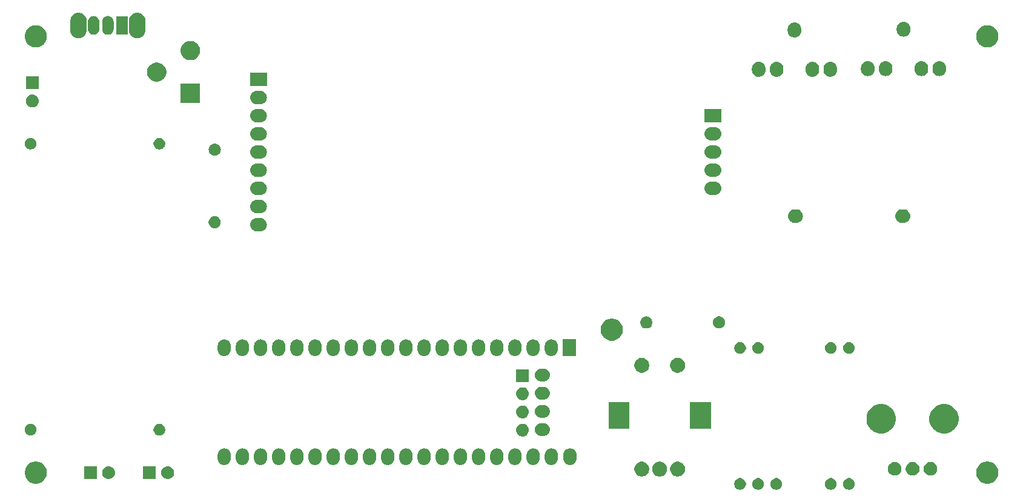
<source format=gbr>
G04 #@! TF.GenerationSoftware,KiCad,Pcbnew,(5.1.4)-1*
G04 #@! TF.CreationDate,2019-10-03T04:56:42-04:00*
G04 #@! TF.ProjectId,MorseTutor1,4d6f7273-6554-4757-946f-72312e6b6963,rev?*
G04 #@! TF.SameCoordinates,Original*
G04 #@! TF.FileFunction,Soldermask,Top*
G04 #@! TF.FilePolarity,Negative*
%FSLAX46Y46*%
G04 Gerber Fmt 4.6, Leading zero omitted, Abs format (unit mm)*
G04 Created by KiCad (PCBNEW (5.1.4)-1) date 2019-10-03 04:56:42*
%MOMM*%
%LPD*%
G04 APERTURE LIST*
%ADD10C,0.100000*%
G04 APERTURE END LIST*
D10*
G36*
X143747086Y-100793435D02*
G01*
X143895003Y-100854704D01*
X144028134Y-100943660D01*
X144141340Y-101056866D01*
X144230296Y-101189997D01*
X144291565Y-101337914D01*
X144322800Y-101494946D01*
X144322800Y-101655054D01*
X144291565Y-101812086D01*
X144230296Y-101960003D01*
X144141340Y-102093134D01*
X144028134Y-102206340D01*
X143895003Y-102295296D01*
X143747086Y-102356565D01*
X143590054Y-102387800D01*
X143429946Y-102387800D01*
X143272914Y-102356565D01*
X143124997Y-102295296D01*
X142991866Y-102206340D01*
X142878660Y-102093134D01*
X142789704Y-101960003D01*
X142728435Y-101812086D01*
X142697200Y-101655054D01*
X142697200Y-101494946D01*
X142728435Y-101337914D01*
X142789704Y-101189997D01*
X142878660Y-101056866D01*
X142991866Y-100943660D01*
X143124997Y-100854704D01*
X143272914Y-100793435D01*
X143429946Y-100762200D01*
X143590054Y-100762200D01*
X143747086Y-100793435D01*
X143747086Y-100793435D01*
G37*
G36*
X141207086Y-100793435D02*
G01*
X141355003Y-100854704D01*
X141488134Y-100943660D01*
X141601340Y-101056866D01*
X141690296Y-101189997D01*
X141751565Y-101337914D01*
X141782800Y-101494946D01*
X141782800Y-101655054D01*
X141751565Y-101812086D01*
X141690296Y-101960003D01*
X141601340Y-102093134D01*
X141488134Y-102206340D01*
X141355003Y-102295296D01*
X141207086Y-102356565D01*
X141050054Y-102387800D01*
X140889946Y-102387800D01*
X140732914Y-102356565D01*
X140584997Y-102295296D01*
X140451866Y-102206340D01*
X140338660Y-102093134D01*
X140249704Y-101960003D01*
X140188435Y-101812086D01*
X140157200Y-101655054D01*
X140157200Y-101494946D01*
X140188435Y-101337914D01*
X140249704Y-101189997D01*
X140338660Y-101056866D01*
X140451866Y-100943660D01*
X140584997Y-100854704D01*
X140732914Y-100793435D01*
X140889946Y-100762200D01*
X141050054Y-100762200D01*
X141207086Y-100793435D01*
X141207086Y-100793435D01*
G37*
G36*
X138687086Y-100793435D02*
G01*
X138835003Y-100854704D01*
X138968134Y-100943660D01*
X139081340Y-101056866D01*
X139170296Y-101189997D01*
X139231565Y-101337914D01*
X139262800Y-101494946D01*
X139262800Y-101655054D01*
X139231565Y-101812086D01*
X139170296Y-101960003D01*
X139081340Y-102093134D01*
X138968134Y-102206340D01*
X138835003Y-102295296D01*
X138687086Y-102356565D01*
X138530054Y-102387800D01*
X138369946Y-102387800D01*
X138212914Y-102356565D01*
X138064997Y-102295296D01*
X137931866Y-102206340D01*
X137818660Y-102093134D01*
X137729704Y-101960003D01*
X137668435Y-101812086D01*
X137637200Y-101655054D01*
X137637200Y-101494946D01*
X137668435Y-101337914D01*
X137729704Y-101189997D01*
X137818660Y-101056866D01*
X137931866Y-100943660D01*
X138064997Y-100854704D01*
X138212914Y-100793435D01*
X138369946Y-100762200D01*
X138530054Y-100762200D01*
X138687086Y-100793435D01*
X138687086Y-100793435D01*
G37*
G36*
X153907086Y-100793435D02*
G01*
X154055003Y-100854704D01*
X154188134Y-100943660D01*
X154301340Y-101056866D01*
X154390296Y-101189997D01*
X154451565Y-101337914D01*
X154482800Y-101494946D01*
X154482800Y-101655054D01*
X154451565Y-101812086D01*
X154390296Y-101960003D01*
X154301340Y-102093134D01*
X154188134Y-102206340D01*
X154055003Y-102295296D01*
X153907086Y-102356565D01*
X153750054Y-102387800D01*
X153589946Y-102387800D01*
X153432914Y-102356565D01*
X153284997Y-102295296D01*
X153151866Y-102206340D01*
X153038660Y-102093134D01*
X152949704Y-101960003D01*
X152888435Y-101812086D01*
X152857200Y-101655054D01*
X152857200Y-101494946D01*
X152888435Y-101337914D01*
X152949704Y-101189997D01*
X153038660Y-101056866D01*
X153151866Y-100943660D01*
X153284997Y-100854704D01*
X153432914Y-100793435D01*
X153589946Y-100762200D01*
X153750054Y-100762200D01*
X153907086Y-100793435D01*
X153907086Y-100793435D01*
G37*
G36*
X151367086Y-100793435D02*
G01*
X151515003Y-100854704D01*
X151648134Y-100943660D01*
X151761340Y-101056866D01*
X151850296Y-101189997D01*
X151911565Y-101337914D01*
X151942800Y-101494946D01*
X151942800Y-101655054D01*
X151911565Y-101812086D01*
X151850296Y-101960003D01*
X151761340Y-102093134D01*
X151648134Y-102206340D01*
X151515003Y-102295296D01*
X151367086Y-102356565D01*
X151210054Y-102387800D01*
X151049946Y-102387800D01*
X150892914Y-102356565D01*
X150744997Y-102295296D01*
X150611866Y-102206340D01*
X150498660Y-102093134D01*
X150409704Y-101960003D01*
X150348435Y-101812086D01*
X150317200Y-101655054D01*
X150317200Y-101494946D01*
X150348435Y-101337914D01*
X150409704Y-101189997D01*
X150498660Y-101056866D01*
X150611866Y-100943660D01*
X150744997Y-100854704D01*
X150892914Y-100793435D01*
X151049946Y-100762200D01*
X151210054Y-100762200D01*
X151367086Y-100793435D01*
X151367086Y-100793435D01*
G37*
G36*
X173452352Y-98508796D02*
G01*
X173734579Y-98625699D01*
X173988578Y-98795415D01*
X174204585Y-99011422D01*
X174374301Y-99265421D01*
X174491204Y-99547648D01*
X174550800Y-99847259D01*
X174550800Y-100152741D01*
X174491204Y-100452352D01*
X174374301Y-100734579D01*
X174204585Y-100988578D01*
X173988578Y-101204585D01*
X173734579Y-101374301D01*
X173452352Y-101491204D01*
X173152741Y-101550800D01*
X172847259Y-101550800D01*
X172547648Y-101491204D01*
X172265421Y-101374301D01*
X172011422Y-101204585D01*
X171795415Y-100988578D01*
X171625699Y-100734579D01*
X171508796Y-100452352D01*
X171449200Y-100152741D01*
X171449200Y-99847259D01*
X171508796Y-99547648D01*
X171625699Y-99265421D01*
X171795415Y-99011422D01*
X172011422Y-98795415D01*
X172265421Y-98625699D01*
X172547648Y-98508796D01*
X172847259Y-98449200D01*
X173152741Y-98449200D01*
X173452352Y-98508796D01*
X173452352Y-98508796D01*
G37*
G36*
X40452352Y-98508796D02*
G01*
X40734579Y-98625699D01*
X40988578Y-98795415D01*
X41204585Y-99011422D01*
X41374301Y-99265421D01*
X41491204Y-99547648D01*
X41550800Y-99847259D01*
X41550800Y-100152741D01*
X41491204Y-100452352D01*
X41374301Y-100734579D01*
X41204585Y-100988578D01*
X40988578Y-101204585D01*
X40734579Y-101374301D01*
X40452352Y-101491204D01*
X40152741Y-101550800D01*
X39847259Y-101550800D01*
X39547648Y-101491204D01*
X39265421Y-101374301D01*
X39011422Y-101204585D01*
X38795415Y-100988578D01*
X38625699Y-100734579D01*
X38508796Y-100452352D01*
X38449200Y-100152741D01*
X38449200Y-99847259D01*
X38508796Y-99547648D01*
X38625699Y-99265421D01*
X38795415Y-99011422D01*
X39011422Y-98795415D01*
X39265421Y-98625699D01*
X39547648Y-98508796D01*
X39847259Y-98449200D01*
X40152741Y-98449200D01*
X40452352Y-98508796D01*
X40452352Y-98508796D01*
G37*
G36*
X58596584Y-99112233D02*
G01*
X58596587Y-99112234D01*
X58596588Y-99112234D01*
X58766389Y-99163743D01*
X58813861Y-99189117D01*
X58922881Y-99247389D01*
X59060044Y-99359956D01*
X59172611Y-99497119D01*
X59210842Y-99568646D01*
X59256257Y-99653611D01*
X59286206Y-99752339D01*
X59307767Y-99823416D01*
X59325159Y-100000000D01*
X59307767Y-100176584D01*
X59307766Y-100176587D01*
X59307766Y-100176588D01*
X59256257Y-100346389D01*
X59256256Y-100346390D01*
X59172611Y-100502881D01*
X59060044Y-100640044D01*
X58922881Y-100752611D01*
X58813861Y-100810883D01*
X58766389Y-100836257D01*
X58596588Y-100887766D01*
X58596587Y-100887766D01*
X58596584Y-100887767D01*
X58464255Y-100900800D01*
X58375745Y-100900800D01*
X58243416Y-100887767D01*
X58243413Y-100887766D01*
X58243412Y-100887766D01*
X58073611Y-100836257D01*
X58026139Y-100810883D01*
X57917119Y-100752611D01*
X57779956Y-100640044D01*
X57667389Y-100502881D01*
X57583744Y-100346390D01*
X57583743Y-100346389D01*
X57532234Y-100176588D01*
X57532234Y-100176587D01*
X57532233Y-100176584D01*
X57514841Y-100000000D01*
X57532233Y-99823416D01*
X57553794Y-99752339D01*
X57583743Y-99653611D01*
X57629158Y-99568646D01*
X57667389Y-99497119D01*
X57779956Y-99359956D01*
X57917119Y-99247389D01*
X58026139Y-99189117D01*
X58073611Y-99163743D01*
X58243412Y-99112234D01*
X58243413Y-99112234D01*
X58243416Y-99112233D01*
X58375745Y-99099200D01*
X58464255Y-99099200D01*
X58596584Y-99112233D01*
X58596584Y-99112233D01*
G37*
G36*
X56780800Y-100900800D02*
G01*
X54979200Y-100900800D01*
X54979200Y-99099200D01*
X56780800Y-99099200D01*
X56780800Y-100900800D01*
X56780800Y-100900800D01*
G37*
G36*
X48525800Y-100900800D02*
G01*
X46724200Y-100900800D01*
X46724200Y-99099200D01*
X48525800Y-99099200D01*
X48525800Y-100900800D01*
X48525800Y-100900800D01*
G37*
G36*
X50341584Y-99112233D02*
G01*
X50341587Y-99112234D01*
X50341588Y-99112234D01*
X50511389Y-99163743D01*
X50558861Y-99189117D01*
X50667881Y-99247389D01*
X50805044Y-99359956D01*
X50917611Y-99497119D01*
X50955842Y-99568646D01*
X51001257Y-99653611D01*
X51031206Y-99752339D01*
X51052767Y-99823416D01*
X51070159Y-100000000D01*
X51052767Y-100176584D01*
X51052766Y-100176587D01*
X51052766Y-100176588D01*
X51001257Y-100346389D01*
X51001256Y-100346390D01*
X50917611Y-100502881D01*
X50805044Y-100640044D01*
X50667881Y-100752611D01*
X50558861Y-100810883D01*
X50511389Y-100836257D01*
X50341588Y-100887766D01*
X50341587Y-100887766D01*
X50341584Y-100887767D01*
X50209255Y-100900800D01*
X50120745Y-100900800D01*
X49988416Y-100887767D01*
X49988413Y-100887766D01*
X49988412Y-100887766D01*
X49818611Y-100836257D01*
X49771139Y-100810883D01*
X49662119Y-100752611D01*
X49524956Y-100640044D01*
X49412389Y-100502881D01*
X49328744Y-100346390D01*
X49328743Y-100346389D01*
X49277234Y-100176588D01*
X49277234Y-100176587D01*
X49277233Y-100176584D01*
X49259841Y-100000000D01*
X49277233Y-99823416D01*
X49298794Y-99752339D01*
X49328743Y-99653611D01*
X49374158Y-99568646D01*
X49412389Y-99497119D01*
X49524956Y-99359956D01*
X49662119Y-99247389D01*
X49771139Y-99189117D01*
X49818611Y-99163743D01*
X49988412Y-99112234D01*
X49988413Y-99112234D01*
X49988416Y-99112233D01*
X50120745Y-99099200D01*
X50209255Y-99099200D01*
X50341584Y-99112233D01*
X50341584Y-99112233D01*
G37*
G36*
X127506508Y-98489582D02*
G01*
X127697741Y-98568793D01*
X127869847Y-98683791D01*
X128016209Y-98830153D01*
X128131207Y-99002259D01*
X128210418Y-99193492D01*
X128250800Y-99396505D01*
X128250800Y-99603495D01*
X128210418Y-99806508D01*
X128131207Y-99997741D01*
X128016209Y-100169847D01*
X127869847Y-100316209D01*
X127697741Y-100431207D01*
X127506508Y-100510418D01*
X127303495Y-100550800D01*
X127096505Y-100550800D01*
X126893492Y-100510418D01*
X126702259Y-100431207D01*
X126530153Y-100316209D01*
X126383791Y-100169847D01*
X126268793Y-99997741D01*
X126189582Y-99806508D01*
X126149200Y-99603495D01*
X126149200Y-99396505D01*
X126189582Y-99193492D01*
X126268793Y-99002259D01*
X126383791Y-98830153D01*
X126530153Y-98683791D01*
X126702259Y-98568793D01*
X126893492Y-98489582D01*
X127096505Y-98449200D01*
X127303495Y-98449200D01*
X127506508Y-98489582D01*
X127506508Y-98489582D01*
G37*
G36*
X130006508Y-98489582D02*
G01*
X130197741Y-98568793D01*
X130369847Y-98683791D01*
X130516209Y-98830153D01*
X130631207Y-99002259D01*
X130710418Y-99193492D01*
X130750800Y-99396505D01*
X130750800Y-99603495D01*
X130710418Y-99806508D01*
X130631207Y-99997741D01*
X130516209Y-100169847D01*
X130369847Y-100316209D01*
X130197741Y-100431207D01*
X130006508Y-100510418D01*
X129803495Y-100550800D01*
X129596505Y-100550800D01*
X129393492Y-100510418D01*
X129202259Y-100431207D01*
X129030153Y-100316209D01*
X128883791Y-100169847D01*
X128768793Y-99997741D01*
X128689582Y-99806508D01*
X128649200Y-99603495D01*
X128649200Y-99396505D01*
X128689582Y-99193492D01*
X128768793Y-99002259D01*
X128883791Y-98830153D01*
X129030153Y-98683791D01*
X129202259Y-98568793D01*
X129393492Y-98489582D01*
X129596505Y-98449200D01*
X129803495Y-98449200D01*
X130006508Y-98489582D01*
X130006508Y-98489582D01*
G37*
G36*
X125006508Y-98489582D02*
G01*
X125197741Y-98568793D01*
X125369847Y-98683791D01*
X125516209Y-98830153D01*
X125631207Y-99002259D01*
X125710418Y-99193492D01*
X125750800Y-99396505D01*
X125750800Y-99603495D01*
X125710418Y-99806508D01*
X125631207Y-99997741D01*
X125516209Y-100169847D01*
X125369847Y-100316209D01*
X125197741Y-100431207D01*
X125006508Y-100510418D01*
X124803495Y-100550800D01*
X124596505Y-100550800D01*
X124393492Y-100510418D01*
X124202259Y-100431207D01*
X124030153Y-100316209D01*
X123883791Y-100169847D01*
X123768793Y-99997741D01*
X123689582Y-99806508D01*
X123649200Y-99603495D01*
X123649200Y-99396505D01*
X123689582Y-99193492D01*
X123768793Y-99002259D01*
X123883791Y-98830153D01*
X124030153Y-98683791D01*
X124202259Y-98568793D01*
X124393492Y-98489582D01*
X124596505Y-98449200D01*
X124803495Y-98449200D01*
X125006508Y-98489582D01*
X125006508Y-98489582D01*
G37*
G36*
X160337338Y-98560738D02*
G01*
X160510373Y-98632412D01*
X160666100Y-98736465D01*
X160798535Y-98868900D01*
X160902588Y-99024627D01*
X160974262Y-99197662D01*
X161010800Y-99381354D01*
X161010800Y-99568646D01*
X160974262Y-99752338D01*
X160902588Y-99925373D01*
X160798535Y-100081100D01*
X160666100Y-100213535D01*
X160510373Y-100317588D01*
X160337338Y-100389262D01*
X160153646Y-100425800D01*
X159966354Y-100425800D01*
X159782662Y-100389262D01*
X159609627Y-100317588D01*
X159453900Y-100213535D01*
X159321465Y-100081100D01*
X159217412Y-99925373D01*
X159145738Y-99752338D01*
X159109200Y-99568646D01*
X159109200Y-99381354D01*
X159145738Y-99197662D01*
X159217412Y-99024627D01*
X159321465Y-98868900D01*
X159453900Y-98736465D01*
X159609627Y-98632412D01*
X159782662Y-98560738D01*
X159966354Y-98524200D01*
X160153646Y-98524200D01*
X160337338Y-98560738D01*
X160337338Y-98560738D01*
G37*
G36*
X162837338Y-98560738D02*
G01*
X163010373Y-98632412D01*
X163166100Y-98736465D01*
X163298535Y-98868900D01*
X163402588Y-99024627D01*
X163474262Y-99197662D01*
X163510800Y-99381354D01*
X163510800Y-99568646D01*
X163474262Y-99752338D01*
X163402588Y-99925373D01*
X163298535Y-100081100D01*
X163166100Y-100213535D01*
X163010373Y-100317588D01*
X162837338Y-100389262D01*
X162653646Y-100425800D01*
X162466354Y-100425800D01*
X162282662Y-100389262D01*
X162109627Y-100317588D01*
X161953900Y-100213535D01*
X161821465Y-100081100D01*
X161717412Y-99925373D01*
X161645738Y-99752338D01*
X161609200Y-99568646D01*
X161609200Y-99381354D01*
X161645738Y-99197662D01*
X161717412Y-99024627D01*
X161821465Y-98868900D01*
X161953900Y-98736465D01*
X162109627Y-98632412D01*
X162282662Y-98560738D01*
X162466354Y-98524200D01*
X162653646Y-98524200D01*
X162837338Y-98560738D01*
X162837338Y-98560738D01*
G37*
G36*
X165337338Y-98560738D02*
G01*
X165510373Y-98632412D01*
X165666100Y-98736465D01*
X165798535Y-98868900D01*
X165902588Y-99024627D01*
X165974262Y-99197662D01*
X166010800Y-99381354D01*
X166010800Y-99568646D01*
X165974262Y-99752338D01*
X165902588Y-99925373D01*
X165798535Y-100081100D01*
X165666100Y-100213535D01*
X165510373Y-100317588D01*
X165337338Y-100389262D01*
X165153646Y-100425800D01*
X164966354Y-100425800D01*
X164782662Y-100389262D01*
X164609627Y-100317588D01*
X164453900Y-100213535D01*
X164321465Y-100081100D01*
X164217412Y-99925373D01*
X164145738Y-99752338D01*
X164109200Y-99568646D01*
X164109200Y-99381354D01*
X164145738Y-99197662D01*
X164217412Y-99024627D01*
X164321465Y-98868900D01*
X164453900Y-98736465D01*
X164609627Y-98632412D01*
X164782662Y-98560738D01*
X164966354Y-98524200D01*
X165153646Y-98524200D01*
X165337338Y-98560738D01*
X165337338Y-98560738D01*
G37*
G36*
X112240049Y-96617430D02*
G01*
X112240052Y-96617431D01*
X112240053Y-96617431D01*
X112412418Y-96669717D01*
X112462875Y-96696687D01*
X112571270Y-96754625D01*
X112710507Y-96868893D01*
X112824774Y-97008129D01*
X112909683Y-97166981D01*
X112909683Y-97166982D01*
X112961970Y-97339350D01*
X112975200Y-97473677D01*
X112975200Y-98086322D01*
X112961970Y-98220649D01*
X112961969Y-98220651D01*
X112961969Y-98220654D01*
X112909683Y-98393019D01*
X112909682Y-98393020D01*
X112824775Y-98551870D01*
X112710507Y-98691107D01*
X112571270Y-98805375D01*
X112491845Y-98847828D01*
X112412419Y-98890283D01*
X112240054Y-98942569D01*
X112240053Y-98942569D01*
X112240050Y-98942570D01*
X112060800Y-98960225D01*
X111881551Y-98942570D01*
X111881548Y-98942569D01*
X111881547Y-98942569D01*
X111709182Y-98890283D01*
X111629756Y-98847829D01*
X111550331Y-98805375D01*
X111411094Y-98691107D01*
X111296827Y-98551872D01*
X111211918Y-98393020D01*
X111211917Y-98393019D01*
X111159631Y-98220654D01*
X111159631Y-98220653D01*
X111159630Y-98220650D01*
X111146400Y-98086323D01*
X111146400Y-97473678D01*
X111159630Y-97339351D01*
X111159631Y-97339347D01*
X111211917Y-97166982D01*
X111238887Y-97116525D01*
X111296825Y-97008130D01*
X111411093Y-96868893D01*
X111550330Y-96754625D01*
X111629755Y-96712172D01*
X111709181Y-96669717D01*
X111881546Y-96617431D01*
X111881547Y-96617431D01*
X111881550Y-96617430D01*
X112060800Y-96599775D01*
X112240049Y-96617430D01*
X112240049Y-96617430D01*
G37*
G36*
X71600049Y-96617430D02*
G01*
X71600052Y-96617431D01*
X71600053Y-96617431D01*
X71772418Y-96669717D01*
X71822875Y-96696687D01*
X71931270Y-96754625D01*
X72070507Y-96868893D01*
X72184774Y-97008129D01*
X72269683Y-97166981D01*
X72269683Y-97166982D01*
X72321970Y-97339350D01*
X72335200Y-97473677D01*
X72335200Y-98086322D01*
X72321970Y-98220649D01*
X72321969Y-98220651D01*
X72321969Y-98220654D01*
X72269683Y-98393019D01*
X72269682Y-98393020D01*
X72184775Y-98551870D01*
X72070507Y-98691107D01*
X71931270Y-98805375D01*
X71851845Y-98847829D01*
X71772419Y-98890283D01*
X71600054Y-98942569D01*
X71600053Y-98942569D01*
X71600050Y-98942570D01*
X71420800Y-98960225D01*
X71241551Y-98942570D01*
X71241548Y-98942569D01*
X71241547Y-98942569D01*
X71069182Y-98890283D01*
X70989756Y-98847829D01*
X70910331Y-98805375D01*
X70771094Y-98691107D01*
X70656827Y-98551872D01*
X70571918Y-98393020D01*
X70571917Y-98393019D01*
X70519631Y-98220654D01*
X70519631Y-98220653D01*
X70519630Y-98220650D01*
X70506400Y-98086323D01*
X70506400Y-97473678D01*
X70519630Y-97339351D01*
X70519631Y-97339347D01*
X70571917Y-97166982D01*
X70598887Y-97116525D01*
X70656825Y-97008130D01*
X70771093Y-96868893D01*
X70910330Y-96754625D01*
X70989755Y-96712172D01*
X71069181Y-96669717D01*
X71241546Y-96617431D01*
X71241547Y-96617431D01*
X71241550Y-96617430D01*
X71420800Y-96599775D01*
X71600049Y-96617430D01*
X71600049Y-96617430D01*
G37*
G36*
X91920049Y-96617430D02*
G01*
X91920052Y-96617431D01*
X91920053Y-96617431D01*
X92092418Y-96669717D01*
X92142875Y-96696687D01*
X92251270Y-96754625D01*
X92390507Y-96868893D01*
X92504774Y-97008129D01*
X92589683Y-97166981D01*
X92589683Y-97166982D01*
X92641970Y-97339350D01*
X92655200Y-97473677D01*
X92655200Y-98086322D01*
X92641970Y-98220649D01*
X92641969Y-98220651D01*
X92641969Y-98220654D01*
X92589683Y-98393019D01*
X92589682Y-98393020D01*
X92504775Y-98551870D01*
X92390507Y-98691107D01*
X92251270Y-98805375D01*
X92171845Y-98847828D01*
X92092419Y-98890283D01*
X91920054Y-98942569D01*
X91920053Y-98942569D01*
X91920050Y-98942570D01*
X91740800Y-98960225D01*
X91561551Y-98942570D01*
X91561548Y-98942569D01*
X91561547Y-98942569D01*
X91389182Y-98890283D01*
X91309756Y-98847829D01*
X91230331Y-98805375D01*
X91091094Y-98691107D01*
X90976827Y-98551872D01*
X90891918Y-98393020D01*
X90891917Y-98393019D01*
X90839631Y-98220654D01*
X90839631Y-98220653D01*
X90839630Y-98220650D01*
X90826400Y-98086323D01*
X90826400Y-97473678D01*
X90839630Y-97339351D01*
X90839631Y-97339347D01*
X90891917Y-97166982D01*
X90918887Y-97116525D01*
X90976825Y-97008130D01*
X91091093Y-96868893D01*
X91230330Y-96754625D01*
X91309755Y-96712172D01*
X91389181Y-96669717D01*
X91561546Y-96617431D01*
X91561547Y-96617431D01*
X91561550Y-96617430D01*
X91740800Y-96599775D01*
X91920049Y-96617430D01*
X91920049Y-96617430D01*
G37*
G36*
X74140049Y-96617430D02*
G01*
X74140052Y-96617431D01*
X74140053Y-96617431D01*
X74312418Y-96669717D01*
X74362875Y-96696687D01*
X74471270Y-96754625D01*
X74610507Y-96868893D01*
X74724774Y-97008129D01*
X74809683Y-97166981D01*
X74809683Y-97166982D01*
X74861970Y-97339350D01*
X74875200Y-97473677D01*
X74875200Y-98086322D01*
X74861970Y-98220649D01*
X74861969Y-98220651D01*
X74861969Y-98220654D01*
X74809683Y-98393019D01*
X74809682Y-98393020D01*
X74724775Y-98551870D01*
X74610507Y-98691107D01*
X74471270Y-98805375D01*
X74391845Y-98847829D01*
X74312419Y-98890283D01*
X74140054Y-98942569D01*
X74140053Y-98942569D01*
X74140050Y-98942570D01*
X73960800Y-98960225D01*
X73781551Y-98942570D01*
X73781548Y-98942569D01*
X73781547Y-98942569D01*
X73609182Y-98890283D01*
X73529756Y-98847829D01*
X73450331Y-98805375D01*
X73311094Y-98691107D01*
X73196827Y-98551872D01*
X73111918Y-98393020D01*
X73111917Y-98393019D01*
X73059631Y-98220654D01*
X73059631Y-98220653D01*
X73059630Y-98220650D01*
X73046400Y-98086323D01*
X73046400Y-97473678D01*
X73059630Y-97339351D01*
X73059631Y-97339347D01*
X73111917Y-97166982D01*
X73138887Y-97116525D01*
X73196825Y-97008130D01*
X73311093Y-96868893D01*
X73450330Y-96754625D01*
X73529755Y-96712172D01*
X73609181Y-96669717D01*
X73781546Y-96617431D01*
X73781547Y-96617431D01*
X73781550Y-96617430D01*
X73960800Y-96599775D01*
X74140049Y-96617430D01*
X74140049Y-96617430D01*
G37*
G36*
X114830849Y-96617430D02*
G01*
X114830852Y-96617431D01*
X114830853Y-96617431D01*
X115003218Y-96669717D01*
X115053675Y-96696687D01*
X115162070Y-96754625D01*
X115301307Y-96868893D01*
X115415574Y-97008129D01*
X115500483Y-97166981D01*
X115500483Y-97166982D01*
X115552770Y-97339350D01*
X115566000Y-97473677D01*
X115566000Y-98086322D01*
X115552770Y-98220649D01*
X115552769Y-98220651D01*
X115552769Y-98220654D01*
X115500483Y-98393019D01*
X115500482Y-98393020D01*
X115415575Y-98551870D01*
X115301307Y-98691107D01*
X115162070Y-98805375D01*
X115082645Y-98847828D01*
X115003219Y-98890283D01*
X114830854Y-98942569D01*
X114830853Y-98942569D01*
X114830850Y-98942570D01*
X114651600Y-98960225D01*
X114472351Y-98942570D01*
X114472348Y-98942569D01*
X114472347Y-98942569D01*
X114299982Y-98890283D01*
X114220556Y-98847829D01*
X114141131Y-98805375D01*
X114001894Y-98691107D01*
X113887627Y-98551872D01*
X113802718Y-98393020D01*
X113802717Y-98393019D01*
X113750431Y-98220654D01*
X113750431Y-98220653D01*
X113750430Y-98220650D01*
X113737200Y-98086323D01*
X113737200Y-97473678D01*
X113750430Y-97339351D01*
X113750431Y-97339347D01*
X113802717Y-97166982D01*
X113829687Y-97116525D01*
X113887625Y-97008130D01*
X114001893Y-96868893D01*
X114141130Y-96754625D01*
X114220555Y-96712172D01*
X114299981Y-96669717D01*
X114472346Y-96617431D01*
X114472347Y-96617431D01*
X114472350Y-96617430D01*
X114651600Y-96599775D01*
X114830849Y-96617430D01*
X114830849Y-96617430D01*
G37*
G36*
X76680049Y-96617430D02*
G01*
X76680052Y-96617431D01*
X76680053Y-96617431D01*
X76852418Y-96669717D01*
X76902875Y-96696687D01*
X77011270Y-96754625D01*
X77150507Y-96868893D01*
X77264774Y-97008129D01*
X77349683Y-97166981D01*
X77349683Y-97166982D01*
X77401970Y-97339350D01*
X77415200Y-97473677D01*
X77415200Y-98086322D01*
X77401970Y-98220649D01*
X77401969Y-98220651D01*
X77401969Y-98220654D01*
X77349683Y-98393019D01*
X77349682Y-98393020D01*
X77264775Y-98551870D01*
X77150507Y-98691107D01*
X77011270Y-98805375D01*
X76931845Y-98847829D01*
X76852419Y-98890283D01*
X76680054Y-98942569D01*
X76680053Y-98942569D01*
X76680050Y-98942570D01*
X76500800Y-98960225D01*
X76321551Y-98942570D01*
X76321548Y-98942569D01*
X76321547Y-98942569D01*
X76149182Y-98890283D01*
X76069756Y-98847829D01*
X75990331Y-98805375D01*
X75851094Y-98691107D01*
X75736827Y-98551872D01*
X75651918Y-98393020D01*
X75651917Y-98393019D01*
X75599631Y-98220654D01*
X75599631Y-98220653D01*
X75599630Y-98220650D01*
X75586400Y-98086323D01*
X75586400Y-97473678D01*
X75599630Y-97339351D01*
X75599631Y-97339347D01*
X75651917Y-97166982D01*
X75678887Y-97116525D01*
X75736825Y-97008130D01*
X75851093Y-96868893D01*
X75990330Y-96754625D01*
X76069755Y-96712172D01*
X76149181Y-96669717D01*
X76321546Y-96617431D01*
X76321547Y-96617431D01*
X76321550Y-96617430D01*
X76500800Y-96599775D01*
X76680049Y-96617430D01*
X76680049Y-96617430D01*
G37*
G36*
X81760049Y-96617430D02*
G01*
X81760052Y-96617431D01*
X81760053Y-96617431D01*
X81932418Y-96669717D01*
X81982875Y-96696687D01*
X82091270Y-96754625D01*
X82230507Y-96868893D01*
X82344774Y-97008129D01*
X82429683Y-97166981D01*
X82429683Y-97166982D01*
X82481970Y-97339350D01*
X82495200Y-97473677D01*
X82495200Y-98086322D01*
X82481970Y-98220649D01*
X82481969Y-98220651D01*
X82481969Y-98220654D01*
X82429683Y-98393019D01*
X82429682Y-98393020D01*
X82344775Y-98551870D01*
X82230507Y-98691107D01*
X82091270Y-98805375D01*
X82011845Y-98847829D01*
X81932419Y-98890283D01*
X81760054Y-98942569D01*
X81760053Y-98942569D01*
X81760050Y-98942570D01*
X81580800Y-98960225D01*
X81401551Y-98942570D01*
X81401548Y-98942569D01*
X81401547Y-98942569D01*
X81229182Y-98890283D01*
X81149756Y-98847829D01*
X81070331Y-98805375D01*
X80931094Y-98691107D01*
X80816827Y-98551872D01*
X80731918Y-98393020D01*
X80731917Y-98393019D01*
X80679631Y-98220654D01*
X80679631Y-98220653D01*
X80679630Y-98220650D01*
X80666400Y-98086323D01*
X80666400Y-97473678D01*
X80679630Y-97339351D01*
X80679631Y-97339347D01*
X80731917Y-97166982D01*
X80758887Y-97116525D01*
X80816825Y-97008130D01*
X80931093Y-96868893D01*
X81070330Y-96754625D01*
X81149755Y-96712172D01*
X81229181Y-96669717D01*
X81401546Y-96617431D01*
X81401547Y-96617431D01*
X81401550Y-96617430D01*
X81580800Y-96599775D01*
X81760049Y-96617430D01*
X81760049Y-96617430D01*
G37*
G36*
X107160049Y-96617430D02*
G01*
X107160052Y-96617431D01*
X107160053Y-96617431D01*
X107332418Y-96669717D01*
X107382875Y-96696687D01*
X107491270Y-96754625D01*
X107630507Y-96868893D01*
X107744774Y-97008129D01*
X107829683Y-97166981D01*
X107829683Y-97166982D01*
X107881970Y-97339350D01*
X107895200Y-97473677D01*
X107895200Y-98086322D01*
X107881970Y-98220649D01*
X107881969Y-98220651D01*
X107881969Y-98220654D01*
X107829683Y-98393019D01*
X107829682Y-98393020D01*
X107744775Y-98551870D01*
X107630507Y-98691107D01*
X107491270Y-98805375D01*
X107411845Y-98847828D01*
X107332419Y-98890283D01*
X107160054Y-98942569D01*
X107160053Y-98942569D01*
X107160050Y-98942570D01*
X106980800Y-98960225D01*
X106801551Y-98942570D01*
X106801548Y-98942569D01*
X106801547Y-98942569D01*
X106629182Y-98890283D01*
X106549756Y-98847829D01*
X106470331Y-98805375D01*
X106331094Y-98691107D01*
X106216827Y-98551872D01*
X106131918Y-98393020D01*
X106131917Y-98393019D01*
X106079631Y-98220654D01*
X106079631Y-98220653D01*
X106079630Y-98220650D01*
X106066400Y-98086323D01*
X106066400Y-97473678D01*
X106079630Y-97339351D01*
X106079631Y-97339347D01*
X106131917Y-97166982D01*
X106158887Y-97116525D01*
X106216825Y-97008130D01*
X106331093Y-96868893D01*
X106470330Y-96754625D01*
X106549755Y-96712172D01*
X106629181Y-96669717D01*
X106801546Y-96617431D01*
X106801547Y-96617431D01*
X106801550Y-96617430D01*
X106980800Y-96599775D01*
X107160049Y-96617430D01*
X107160049Y-96617430D01*
G37*
G36*
X84300049Y-96617430D02*
G01*
X84300052Y-96617431D01*
X84300053Y-96617431D01*
X84472418Y-96669717D01*
X84522875Y-96696687D01*
X84631270Y-96754625D01*
X84770507Y-96868893D01*
X84884774Y-97008129D01*
X84969683Y-97166981D01*
X84969683Y-97166982D01*
X85021970Y-97339350D01*
X85035200Y-97473677D01*
X85035200Y-98086322D01*
X85021970Y-98220649D01*
X85021969Y-98220651D01*
X85021969Y-98220654D01*
X84969683Y-98393019D01*
X84969682Y-98393020D01*
X84884775Y-98551870D01*
X84770507Y-98691107D01*
X84631270Y-98805375D01*
X84551845Y-98847828D01*
X84472419Y-98890283D01*
X84300054Y-98942569D01*
X84300053Y-98942569D01*
X84300050Y-98942570D01*
X84120800Y-98960225D01*
X83941551Y-98942570D01*
X83941548Y-98942569D01*
X83941547Y-98942569D01*
X83769182Y-98890283D01*
X83689756Y-98847829D01*
X83610331Y-98805375D01*
X83471094Y-98691107D01*
X83356827Y-98551872D01*
X83271918Y-98393020D01*
X83271917Y-98393019D01*
X83219631Y-98220654D01*
X83219631Y-98220653D01*
X83219630Y-98220650D01*
X83206400Y-98086323D01*
X83206400Y-97473678D01*
X83219630Y-97339351D01*
X83219631Y-97339347D01*
X83271917Y-97166982D01*
X83298887Y-97116525D01*
X83356825Y-97008130D01*
X83471093Y-96868893D01*
X83610330Y-96754625D01*
X83689755Y-96712172D01*
X83769181Y-96669717D01*
X83941546Y-96617431D01*
X83941547Y-96617431D01*
X83941550Y-96617430D01*
X84120800Y-96599775D01*
X84300049Y-96617430D01*
X84300049Y-96617430D01*
G37*
G36*
X86840049Y-96617430D02*
G01*
X86840052Y-96617431D01*
X86840053Y-96617431D01*
X87012418Y-96669717D01*
X87062875Y-96696687D01*
X87171270Y-96754625D01*
X87310507Y-96868893D01*
X87424774Y-97008129D01*
X87509683Y-97166981D01*
X87509683Y-97166982D01*
X87561970Y-97339350D01*
X87575200Y-97473677D01*
X87575200Y-98086322D01*
X87561970Y-98220649D01*
X87561969Y-98220651D01*
X87561969Y-98220654D01*
X87509683Y-98393019D01*
X87509682Y-98393020D01*
X87424775Y-98551870D01*
X87310507Y-98691107D01*
X87171270Y-98805375D01*
X87091845Y-98847828D01*
X87012419Y-98890283D01*
X86840054Y-98942569D01*
X86840053Y-98942569D01*
X86840050Y-98942570D01*
X86660800Y-98960225D01*
X86481551Y-98942570D01*
X86481548Y-98942569D01*
X86481547Y-98942569D01*
X86309182Y-98890283D01*
X86229756Y-98847829D01*
X86150331Y-98805375D01*
X86011094Y-98691107D01*
X85896827Y-98551872D01*
X85811918Y-98393020D01*
X85811917Y-98393019D01*
X85759631Y-98220654D01*
X85759631Y-98220653D01*
X85759630Y-98220650D01*
X85746400Y-98086323D01*
X85746400Y-97473678D01*
X85759630Y-97339351D01*
X85759631Y-97339347D01*
X85811917Y-97166982D01*
X85838887Y-97116525D01*
X85896825Y-97008130D01*
X86011093Y-96868893D01*
X86150330Y-96754625D01*
X86229755Y-96712172D01*
X86309181Y-96669717D01*
X86481546Y-96617431D01*
X86481547Y-96617431D01*
X86481550Y-96617430D01*
X86660800Y-96599775D01*
X86840049Y-96617430D01*
X86840049Y-96617430D01*
G37*
G36*
X69060049Y-96617430D02*
G01*
X69060052Y-96617431D01*
X69060053Y-96617431D01*
X69232418Y-96669717D01*
X69282875Y-96696687D01*
X69391270Y-96754625D01*
X69530507Y-96868893D01*
X69644774Y-97008129D01*
X69729683Y-97166981D01*
X69729683Y-97166982D01*
X69781970Y-97339350D01*
X69795200Y-97473677D01*
X69795200Y-98086322D01*
X69781970Y-98220649D01*
X69781969Y-98220651D01*
X69781969Y-98220654D01*
X69729683Y-98393019D01*
X69729682Y-98393020D01*
X69644775Y-98551870D01*
X69530507Y-98691107D01*
X69391270Y-98805375D01*
X69311845Y-98847829D01*
X69232419Y-98890283D01*
X69060054Y-98942569D01*
X69060053Y-98942569D01*
X69060050Y-98942570D01*
X68880800Y-98960225D01*
X68701551Y-98942570D01*
X68701548Y-98942569D01*
X68701547Y-98942569D01*
X68529182Y-98890283D01*
X68449756Y-98847829D01*
X68370331Y-98805375D01*
X68231094Y-98691107D01*
X68116827Y-98551872D01*
X68031918Y-98393020D01*
X68031917Y-98393019D01*
X67979631Y-98220654D01*
X67979631Y-98220653D01*
X67979630Y-98220650D01*
X67966400Y-98086323D01*
X67966400Y-97473678D01*
X67979630Y-97339351D01*
X67979631Y-97339347D01*
X68031917Y-97166982D01*
X68058887Y-97116525D01*
X68116825Y-97008130D01*
X68231093Y-96868893D01*
X68370330Y-96754625D01*
X68449755Y-96712172D01*
X68529181Y-96669717D01*
X68701546Y-96617431D01*
X68701547Y-96617431D01*
X68701550Y-96617430D01*
X68880800Y-96599775D01*
X69060049Y-96617430D01*
X69060049Y-96617430D01*
G37*
G36*
X89380049Y-96617430D02*
G01*
X89380052Y-96617431D01*
X89380053Y-96617431D01*
X89552418Y-96669717D01*
X89602875Y-96696687D01*
X89711270Y-96754625D01*
X89850507Y-96868893D01*
X89964774Y-97008129D01*
X90049683Y-97166981D01*
X90049683Y-97166982D01*
X90101970Y-97339350D01*
X90115200Y-97473677D01*
X90115200Y-98086322D01*
X90101970Y-98220649D01*
X90101969Y-98220651D01*
X90101969Y-98220654D01*
X90049683Y-98393019D01*
X90049682Y-98393020D01*
X89964775Y-98551870D01*
X89850507Y-98691107D01*
X89711270Y-98805375D01*
X89631845Y-98847828D01*
X89552419Y-98890283D01*
X89380054Y-98942569D01*
X89380053Y-98942569D01*
X89380050Y-98942570D01*
X89200800Y-98960225D01*
X89021551Y-98942570D01*
X89021548Y-98942569D01*
X89021547Y-98942569D01*
X88849182Y-98890283D01*
X88769756Y-98847829D01*
X88690331Y-98805375D01*
X88551094Y-98691107D01*
X88436827Y-98551872D01*
X88351918Y-98393020D01*
X88351917Y-98393019D01*
X88299631Y-98220654D01*
X88299631Y-98220653D01*
X88299630Y-98220650D01*
X88286400Y-98086323D01*
X88286400Y-97473678D01*
X88299630Y-97339351D01*
X88299631Y-97339347D01*
X88351917Y-97166982D01*
X88378887Y-97116525D01*
X88436825Y-97008130D01*
X88551093Y-96868893D01*
X88690330Y-96754625D01*
X88769755Y-96712172D01*
X88849181Y-96669717D01*
X89021546Y-96617431D01*
X89021547Y-96617431D01*
X89021550Y-96617430D01*
X89200800Y-96599775D01*
X89380049Y-96617430D01*
X89380049Y-96617430D01*
G37*
G36*
X109700049Y-96617430D02*
G01*
X109700052Y-96617431D01*
X109700053Y-96617431D01*
X109872418Y-96669717D01*
X109922875Y-96696687D01*
X110031270Y-96754625D01*
X110170507Y-96868893D01*
X110284774Y-97008129D01*
X110369683Y-97166981D01*
X110369683Y-97166982D01*
X110421970Y-97339350D01*
X110435200Y-97473677D01*
X110435200Y-98086322D01*
X110421970Y-98220649D01*
X110421969Y-98220651D01*
X110421969Y-98220654D01*
X110369683Y-98393019D01*
X110369682Y-98393020D01*
X110284775Y-98551870D01*
X110170507Y-98691107D01*
X110031270Y-98805375D01*
X109951845Y-98847828D01*
X109872419Y-98890283D01*
X109700054Y-98942569D01*
X109700053Y-98942569D01*
X109700050Y-98942570D01*
X109520800Y-98960225D01*
X109341551Y-98942570D01*
X109341548Y-98942569D01*
X109341547Y-98942569D01*
X109169182Y-98890283D01*
X109089756Y-98847829D01*
X109010331Y-98805375D01*
X108871094Y-98691107D01*
X108756827Y-98551872D01*
X108671918Y-98393020D01*
X108671917Y-98393019D01*
X108619631Y-98220654D01*
X108619631Y-98220653D01*
X108619630Y-98220650D01*
X108606400Y-98086323D01*
X108606400Y-97473678D01*
X108619630Y-97339351D01*
X108619631Y-97339347D01*
X108671917Y-97166982D01*
X108698887Y-97116525D01*
X108756825Y-97008130D01*
X108871093Y-96868893D01*
X109010330Y-96754625D01*
X109089755Y-96712172D01*
X109169181Y-96669717D01*
X109341546Y-96617431D01*
X109341547Y-96617431D01*
X109341550Y-96617430D01*
X109520800Y-96599775D01*
X109700049Y-96617430D01*
X109700049Y-96617430D01*
G37*
G36*
X104620049Y-96617430D02*
G01*
X104620052Y-96617431D01*
X104620053Y-96617431D01*
X104792418Y-96669717D01*
X104842875Y-96696687D01*
X104951270Y-96754625D01*
X105090507Y-96868893D01*
X105204774Y-97008129D01*
X105289683Y-97166981D01*
X105289683Y-97166982D01*
X105341970Y-97339350D01*
X105355200Y-97473677D01*
X105355200Y-98086322D01*
X105341970Y-98220649D01*
X105341969Y-98220651D01*
X105341969Y-98220654D01*
X105289683Y-98393019D01*
X105289682Y-98393020D01*
X105204775Y-98551870D01*
X105090507Y-98691107D01*
X104951270Y-98805375D01*
X104871845Y-98847828D01*
X104792419Y-98890283D01*
X104620054Y-98942569D01*
X104620053Y-98942569D01*
X104620050Y-98942570D01*
X104440800Y-98960225D01*
X104261551Y-98942570D01*
X104261548Y-98942569D01*
X104261547Y-98942569D01*
X104089182Y-98890283D01*
X104009756Y-98847829D01*
X103930331Y-98805375D01*
X103791094Y-98691107D01*
X103676827Y-98551872D01*
X103591918Y-98393020D01*
X103591917Y-98393019D01*
X103539631Y-98220654D01*
X103539631Y-98220653D01*
X103539630Y-98220650D01*
X103526400Y-98086323D01*
X103526400Y-97473678D01*
X103539630Y-97339351D01*
X103539631Y-97339347D01*
X103591917Y-97166982D01*
X103618887Y-97116525D01*
X103676825Y-97008130D01*
X103791093Y-96868893D01*
X103930330Y-96754625D01*
X104009755Y-96712172D01*
X104089181Y-96669717D01*
X104261546Y-96617431D01*
X104261547Y-96617431D01*
X104261550Y-96617430D01*
X104440800Y-96599775D01*
X104620049Y-96617430D01*
X104620049Y-96617430D01*
G37*
G36*
X102080049Y-96617430D02*
G01*
X102080052Y-96617431D01*
X102080053Y-96617431D01*
X102252418Y-96669717D01*
X102302875Y-96696687D01*
X102411270Y-96754625D01*
X102550507Y-96868893D01*
X102664774Y-97008129D01*
X102749683Y-97166981D01*
X102749683Y-97166982D01*
X102801970Y-97339350D01*
X102815200Y-97473677D01*
X102815200Y-98086322D01*
X102801970Y-98220649D01*
X102801969Y-98220651D01*
X102801969Y-98220654D01*
X102749683Y-98393019D01*
X102749682Y-98393020D01*
X102664775Y-98551870D01*
X102550507Y-98691107D01*
X102411270Y-98805375D01*
X102331845Y-98847828D01*
X102252419Y-98890283D01*
X102080054Y-98942569D01*
X102080053Y-98942569D01*
X102080050Y-98942570D01*
X101900800Y-98960225D01*
X101721551Y-98942570D01*
X101721548Y-98942569D01*
X101721547Y-98942569D01*
X101549182Y-98890283D01*
X101469756Y-98847829D01*
X101390331Y-98805375D01*
X101251094Y-98691107D01*
X101136827Y-98551872D01*
X101051918Y-98393020D01*
X101051917Y-98393019D01*
X100999631Y-98220654D01*
X100999631Y-98220653D01*
X100999630Y-98220650D01*
X100986400Y-98086323D01*
X100986400Y-97473678D01*
X100999630Y-97339351D01*
X100999631Y-97339347D01*
X101051917Y-97166982D01*
X101078887Y-97116525D01*
X101136825Y-97008130D01*
X101251093Y-96868893D01*
X101390330Y-96754625D01*
X101469755Y-96712172D01*
X101549181Y-96669717D01*
X101721546Y-96617431D01*
X101721547Y-96617431D01*
X101721550Y-96617430D01*
X101900800Y-96599775D01*
X102080049Y-96617430D01*
X102080049Y-96617430D01*
G37*
G36*
X99540049Y-96617430D02*
G01*
X99540052Y-96617431D01*
X99540053Y-96617431D01*
X99712418Y-96669717D01*
X99762875Y-96696687D01*
X99871270Y-96754625D01*
X100010507Y-96868893D01*
X100124774Y-97008129D01*
X100209683Y-97166981D01*
X100209683Y-97166982D01*
X100261970Y-97339350D01*
X100275200Y-97473677D01*
X100275200Y-98086322D01*
X100261970Y-98220649D01*
X100261969Y-98220651D01*
X100261969Y-98220654D01*
X100209683Y-98393019D01*
X100209682Y-98393020D01*
X100124775Y-98551870D01*
X100010507Y-98691107D01*
X99871270Y-98805375D01*
X99791845Y-98847828D01*
X99712419Y-98890283D01*
X99540054Y-98942569D01*
X99540053Y-98942569D01*
X99540050Y-98942570D01*
X99360800Y-98960225D01*
X99181551Y-98942570D01*
X99181548Y-98942569D01*
X99181547Y-98942569D01*
X99009182Y-98890283D01*
X98929756Y-98847829D01*
X98850331Y-98805375D01*
X98711094Y-98691107D01*
X98596827Y-98551872D01*
X98511918Y-98393020D01*
X98511917Y-98393019D01*
X98459631Y-98220654D01*
X98459631Y-98220653D01*
X98459630Y-98220650D01*
X98446400Y-98086323D01*
X98446400Y-97473678D01*
X98459630Y-97339351D01*
X98459631Y-97339347D01*
X98511917Y-97166982D01*
X98538887Y-97116525D01*
X98596825Y-97008130D01*
X98711093Y-96868893D01*
X98850330Y-96754625D01*
X98929755Y-96712172D01*
X99009181Y-96669717D01*
X99181546Y-96617431D01*
X99181547Y-96617431D01*
X99181550Y-96617430D01*
X99360800Y-96599775D01*
X99540049Y-96617430D01*
X99540049Y-96617430D01*
G37*
G36*
X79220049Y-96617430D02*
G01*
X79220052Y-96617431D01*
X79220053Y-96617431D01*
X79392418Y-96669717D01*
X79442875Y-96696687D01*
X79551270Y-96754625D01*
X79690507Y-96868893D01*
X79804774Y-97008129D01*
X79889683Y-97166981D01*
X79889683Y-97166982D01*
X79941970Y-97339350D01*
X79955200Y-97473677D01*
X79955200Y-98086322D01*
X79941970Y-98220649D01*
X79941969Y-98220651D01*
X79941969Y-98220654D01*
X79889683Y-98393019D01*
X79889682Y-98393020D01*
X79804775Y-98551870D01*
X79690507Y-98691107D01*
X79551270Y-98805375D01*
X79471845Y-98847829D01*
X79392419Y-98890283D01*
X79220054Y-98942569D01*
X79220053Y-98942569D01*
X79220050Y-98942570D01*
X79040800Y-98960225D01*
X78861551Y-98942570D01*
X78861548Y-98942569D01*
X78861547Y-98942569D01*
X78689182Y-98890283D01*
X78609756Y-98847829D01*
X78530331Y-98805375D01*
X78391094Y-98691107D01*
X78276827Y-98551872D01*
X78191918Y-98393020D01*
X78191917Y-98393019D01*
X78139631Y-98220654D01*
X78139631Y-98220653D01*
X78139630Y-98220650D01*
X78126400Y-98086323D01*
X78126400Y-97473678D01*
X78139630Y-97339351D01*
X78139631Y-97339347D01*
X78191917Y-97166982D01*
X78218887Y-97116525D01*
X78276825Y-97008130D01*
X78391093Y-96868893D01*
X78530330Y-96754625D01*
X78609755Y-96712172D01*
X78689181Y-96669717D01*
X78861546Y-96617431D01*
X78861547Y-96617431D01*
X78861550Y-96617430D01*
X79040800Y-96599775D01*
X79220049Y-96617430D01*
X79220049Y-96617430D01*
G37*
G36*
X97000049Y-96617430D02*
G01*
X97000052Y-96617431D01*
X97000053Y-96617431D01*
X97172418Y-96669717D01*
X97222875Y-96696687D01*
X97331270Y-96754625D01*
X97470507Y-96868893D01*
X97584774Y-97008129D01*
X97669683Y-97166981D01*
X97669683Y-97166982D01*
X97721970Y-97339350D01*
X97735200Y-97473677D01*
X97735200Y-98086322D01*
X97721970Y-98220649D01*
X97721969Y-98220651D01*
X97721969Y-98220654D01*
X97669683Y-98393019D01*
X97669682Y-98393020D01*
X97584775Y-98551870D01*
X97470507Y-98691107D01*
X97331270Y-98805375D01*
X97251845Y-98847828D01*
X97172419Y-98890283D01*
X97000054Y-98942569D01*
X97000053Y-98942569D01*
X97000050Y-98942570D01*
X96820800Y-98960225D01*
X96641551Y-98942570D01*
X96641548Y-98942569D01*
X96641547Y-98942569D01*
X96469182Y-98890283D01*
X96389756Y-98847829D01*
X96310331Y-98805375D01*
X96171094Y-98691107D01*
X96056827Y-98551872D01*
X95971918Y-98393020D01*
X95971917Y-98393019D01*
X95919631Y-98220654D01*
X95919631Y-98220653D01*
X95919630Y-98220650D01*
X95906400Y-98086323D01*
X95906400Y-97473678D01*
X95919630Y-97339351D01*
X95919631Y-97339347D01*
X95971917Y-97166982D01*
X95998887Y-97116525D01*
X96056825Y-97008130D01*
X96171093Y-96868893D01*
X96310330Y-96754625D01*
X96389755Y-96712172D01*
X96469181Y-96669717D01*
X96641546Y-96617431D01*
X96641547Y-96617431D01*
X96641550Y-96617430D01*
X96820800Y-96599775D01*
X97000049Y-96617430D01*
X97000049Y-96617430D01*
G37*
G36*
X94460049Y-96617430D02*
G01*
X94460052Y-96617431D01*
X94460053Y-96617431D01*
X94632418Y-96669717D01*
X94682875Y-96696687D01*
X94791270Y-96754625D01*
X94930507Y-96868893D01*
X95044774Y-97008129D01*
X95129683Y-97166981D01*
X95129683Y-97166982D01*
X95181970Y-97339350D01*
X95195200Y-97473677D01*
X95195200Y-98086322D01*
X95181970Y-98220649D01*
X95181969Y-98220651D01*
X95181969Y-98220654D01*
X95129683Y-98393019D01*
X95129682Y-98393020D01*
X95044775Y-98551870D01*
X94930507Y-98691107D01*
X94791270Y-98805375D01*
X94711845Y-98847828D01*
X94632419Y-98890283D01*
X94460054Y-98942569D01*
X94460053Y-98942569D01*
X94460050Y-98942570D01*
X94280800Y-98960225D01*
X94101551Y-98942570D01*
X94101548Y-98942569D01*
X94101547Y-98942569D01*
X93929182Y-98890283D01*
X93849756Y-98847829D01*
X93770331Y-98805375D01*
X93631094Y-98691107D01*
X93516827Y-98551872D01*
X93431918Y-98393020D01*
X93431917Y-98393019D01*
X93379631Y-98220654D01*
X93379631Y-98220653D01*
X93379630Y-98220650D01*
X93366400Y-98086323D01*
X93366400Y-97473678D01*
X93379630Y-97339351D01*
X93379631Y-97339347D01*
X93431917Y-97166982D01*
X93458887Y-97116525D01*
X93516825Y-97008130D01*
X93631093Y-96868893D01*
X93770330Y-96754625D01*
X93849755Y-96712172D01*
X93929181Y-96669717D01*
X94101546Y-96617431D01*
X94101547Y-96617431D01*
X94101550Y-96617430D01*
X94280800Y-96599775D01*
X94460049Y-96617430D01*
X94460049Y-96617430D01*
G37*
G36*
X66520049Y-96617430D02*
G01*
X66520052Y-96617431D01*
X66520053Y-96617431D01*
X66692418Y-96669717D01*
X66742875Y-96696687D01*
X66851270Y-96754625D01*
X66990507Y-96868893D01*
X67104774Y-97008129D01*
X67189683Y-97166981D01*
X67189683Y-97166982D01*
X67241970Y-97339350D01*
X67255200Y-97473677D01*
X67255200Y-98086322D01*
X67241970Y-98220649D01*
X67241969Y-98220651D01*
X67241969Y-98220654D01*
X67189683Y-98393019D01*
X67189682Y-98393020D01*
X67104775Y-98551870D01*
X66990507Y-98691107D01*
X66851270Y-98805375D01*
X66771845Y-98847829D01*
X66692419Y-98890283D01*
X66520054Y-98942569D01*
X66520053Y-98942569D01*
X66520050Y-98942570D01*
X66340800Y-98960225D01*
X66161551Y-98942570D01*
X66161548Y-98942569D01*
X66161547Y-98942569D01*
X65989182Y-98890283D01*
X65909756Y-98847829D01*
X65830331Y-98805375D01*
X65691094Y-98691107D01*
X65576827Y-98551872D01*
X65491918Y-98393020D01*
X65491917Y-98393019D01*
X65439631Y-98220654D01*
X65439631Y-98220653D01*
X65439630Y-98220650D01*
X65426400Y-98086323D01*
X65426400Y-97473678D01*
X65439630Y-97339351D01*
X65439631Y-97339347D01*
X65491917Y-97166982D01*
X65518887Y-97116525D01*
X65576825Y-97008130D01*
X65691093Y-96868893D01*
X65830330Y-96754625D01*
X65909755Y-96712172D01*
X65989181Y-96669717D01*
X66161546Y-96617431D01*
X66161547Y-96617431D01*
X66161550Y-96617430D01*
X66340800Y-96599775D01*
X66520049Y-96617430D01*
X66520049Y-96617430D01*
G37*
G36*
X108201584Y-93167233D02*
G01*
X108201587Y-93167234D01*
X108201588Y-93167234D01*
X108371389Y-93218743D01*
X108418861Y-93244117D01*
X108527881Y-93302389D01*
X108665044Y-93414956D01*
X108777611Y-93552119D01*
X108818373Y-93628381D01*
X108861257Y-93708611D01*
X108889206Y-93800746D01*
X108912767Y-93878416D01*
X108930159Y-94055000D01*
X108912767Y-94231584D01*
X108912766Y-94231587D01*
X108912766Y-94231588D01*
X108861257Y-94401389D01*
X108861256Y-94401390D01*
X108777611Y-94557881D01*
X108665044Y-94695044D01*
X108527881Y-94807611D01*
X108418861Y-94865883D01*
X108371389Y-94891257D01*
X108201588Y-94942766D01*
X108201587Y-94942766D01*
X108201584Y-94942767D01*
X108069255Y-94955800D01*
X107980745Y-94955800D01*
X107848416Y-94942767D01*
X107848413Y-94942766D01*
X107848412Y-94942766D01*
X107678611Y-94891257D01*
X107631139Y-94865883D01*
X107522119Y-94807611D01*
X107384956Y-94695044D01*
X107272389Y-94557881D01*
X107188744Y-94401390D01*
X107188743Y-94401389D01*
X107137234Y-94231588D01*
X107137234Y-94231587D01*
X107137233Y-94231584D01*
X107119841Y-94055000D01*
X107137233Y-93878416D01*
X107160794Y-93800746D01*
X107188743Y-93708611D01*
X107231627Y-93628381D01*
X107272389Y-93552119D01*
X107384956Y-93414956D01*
X107522119Y-93302389D01*
X107631139Y-93244117D01*
X107678611Y-93218743D01*
X107848412Y-93167234D01*
X107848413Y-93167234D01*
X107848416Y-93167233D01*
X107980745Y-93154200D01*
X108069255Y-93154200D01*
X108201584Y-93167233D01*
X108201584Y-93167233D01*
G37*
G36*
X111106450Y-93078830D02*
G01*
X111106453Y-93078831D01*
X111106454Y-93078831D01*
X111278819Y-93131117D01*
X111346388Y-93167234D01*
X111437670Y-93216025D01*
X111576907Y-93330293D01*
X111691175Y-93469530D01*
X111733628Y-93548955D01*
X111776083Y-93628381D01*
X111828369Y-93800746D01*
X111828370Y-93800750D01*
X111846025Y-93980000D01*
X111828370Y-94159250D01*
X111828369Y-94159253D01*
X111828369Y-94159254D01*
X111776083Y-94331619D01*
X111776082Y-94331620D01*
X111691175Y-94490470D01*
X111576907Y-94629707D01*
X111437670Y-94743975D01*
X111367344Y-94781565D01*
X111278819Y-94828883D01*
X111106454Y-94881169D01*
X111106453Y-94881169D01*
X111106450Y-94881170D01*
X110972123Y-94894400D01*
X110609477Y-94894400D01*
X110475150Y-94881170D01*
X110475147Y-94881169D01*
X110475146Y-94881169D01*
X110302781Y-94828883D01*
X110214256Y-94781565D01*
X110143930Y-94743975D01*
X110004693Y-94629707D01*
X109890425Y-94490470D01*
X109805518Y-94331620D01*
X109805517Y-94331619D01*
X109753231Y-94159254D01*
X109753231Y-94159253D01*
X109753230Y-94159250D01*
X109735575Y-93980000D01*
X109753230Y-93800750D01*
X109753231Y-93800746D01*
X109805517Y-93628381D01*
X109847971Y-93548955D01*
X109890425Y-93469530D01*
X110004693Y-93330293D01*
X110143930Y-93216025D01*
X110235212Y-93167234D01*
X110302781Y-93131117D01*
X110475146Y-93078831D01*
X110475147Y-93078831D01*
X110475150Y-93078830D01*
X110609477Y-93065600D01*
X110972123Y-93065600D01*
X111106450Y-93078830D01*
X111106450Y-93078830D01*
G37*
G36*
X39497086Y-93218435D02*
G01*
X39645003Y-93279704D01*
X39778134Y-93368660D01*
X39891340Y-93481866D01*
X39980296Y-93614997D01*
X40041565Y-93762914D01*
X40072800Y-93919946D01*
X40072800Y-94080054D01*
X40041565Y-94237086D01*
X39980296Y-94385003D01*
X39891340Y-94518134D01*
X39778134Y-94631340D01*
X39645003Y-94720296D01*
X39497086Y-94781565D01*
X39340054Y-94812800D01*
X39179946Y-94812800D01*
X39022914Y-94781565D01*
X38874997Y-94720296D01*
X38741866Y-94631340D01*
X38628660Y-94518134D01*
X38539704Y-94385003D01*
X38478435Y-94237086D01*
X38447200Y-94080054D01*
X38447200Y-93919946D01*
X38478435Y-93762914D01*
X38539704Y-93614997D01*
X38628660Y-93481866D01*
X38741866Y-93368660D01*
X38874997Y-93279704D01*
X39022914Y-93218435D01*
X39179946Y-93187200D01*
X39340054Y-93187200D01*
X39497086Y-93218435D01*
X39497086Y-93218435D01*
G37*
G36*
X57497086Y-93218435D02*
G01*
X57645003Y-93279704D01*
X57778134Y-93368660D01*
X57891340Y-93481866D01*
X57980296Y-93614997D01*
X58041565Y-93762914D01*
X58072800Y-93919946D01*
X58072800Y-94080054D01*
X58041565Y-94237086D01*
X57980296Y-94385003D01*
X57891340Y-94518134D01*
X57778134Y-94631340D01*
X57645003Y-94720296D01*
X57497086Y-94781565D01*
X57340054Y-94812800D01*
X57179946Y-94812800D01*
X57022914Y-94781565D01*
X56874997Y-94720296D01*
X56741866Y-94631340D01*
X56628660Y-94518134D01*
X56539704Y-94385003D01*
X56478435Y-94237086D01*
X56447200Y-94080054D01*
X56447200Y-93919946D01*
X56478435Y-93762914D01*
X56539704Y-93614997D01*
X56628660Y-93481866D01*
X56741866Y-93368660D01*
X56874997Y-93279704D01*
X57022914Y-93218435D01*
X57179946Y-93187200D01*
X57340054Y-93187200D01*
X57497086Y-93218435D01*
X57497086Y-93218435D01*
G37*
G36*
X158758197Y-90503011D02*
G01*
X159131419Y-90657604D01*
X159467310Y-90882040D01*
X159752960Y-91167690D01*
X159977396Y-91503581D01*
X160131989Y-91876803D01*
X160210800Y-92273014D01*
X160210800Y-92676986D01*
X160131989Y-93073197D01*
X159977396Y-93446419D01*
X159752960Y-93782310D01*
X159467310Y-94067960D01*
X159131419Y-94292396D01*
X158758197Y-94446989D01*
X158361986Y-94525800D01*
X157958014Y-94525800D01*
X157561803Y-94446989D01*
X157188581Y-94292396D01*
X156852690Y-94067960D01*
X156567040Y-93782310D01*
X156342604Y-93446419D01*
X156188011Y-93073197D01*
X156109200Y-92676986D01*
X156109200Y-92273014D01*
X156188011Y-91876803D01*
X156342604Y-91503581D01*
X156567040Y-91167690D01*
X156852690Y-90882040D01*
X157188581Y-90657604D01*
X157561803Y-90503011D01*
X157958014Y-90424200D01*
X158361986Y-90424200D01*
X158758197Y-90503011D01*
X158758197Y-90503011D01*
G37*
G36*
X167558197Y-90503011D02*
G01*
X167931419Y-90657604D01*
X168267310Y-90882040D01*
X168552960Y-91167690D01*
X168777396Y-91503581D01*
X168931989Y-91876803D01*
X169010800Y-92273014D01*
X169010800Y-92676986D01*
X168931989Y-93073197D01*
X168777396Y-93446419D01*
X168552960Y-93782310D01*
X168267310Y-94067960D01*
X167931419Y-94292396D01*
X167558197Y-94446989D01*
X167161986Y-94525800D01*
X166758014Y-94525800D01*
X166361803Y-94446989D01*
X165988581Y-94292396D01*
X165652690Y-94067960D01*
X165367040Y-93782310D01*
X165142604Y-93446419D01*
X164988011Y-93073197D01*
X164909200Y-92676986D01*
X164909200Y-92273014D01*
X164988011Y-91876803D01*
X165142604Y-91503581D01*
X165367040Y-91167690D01*
X165652690Y-90882040D01*
X165988581Y-90657604D01*
X166361803Y-90503011D01*
X166758014Y-90424200D01*
X167161986Y-90424200D01*
X167558197Y-90503011D01*
X167558197Y-90503011D01*
G37*
G36*
X134350800Y-93850800D02*
G01*
X131449200Y-93850800D01*
X131449200Y-90149200D01*
X134350800Y-90149200D01*
X134350800Y-93850800D01*
X134350800Y-93850800D01*
G37*
G36*
X122950800Y-93850800D02*
G01*
X120049200Y-93850800D01*
X120049200Y-90149200D01*
X122950800Y-90149200D01*
X122950800Y-93850800D01*
X122950800Y-93850800D01*
G37*
G36*
X108201584Y-90627233D02*
G01*
X108201587Y-90627234D01*
X108201588Y-90627234D01*
X108371389Y-90678743D01*
X108418861Y-90704117D01*
X108527881Y-90762389D01*
X108665044Y-90874956D01*
X108777611Y-91012119D01*
X108818373Y-91088381D01*
X108861257Y-91168611D01*
X108889206Y-91260746D01*
X108912767Y-91338416D01*
X108930159Y-91515000D01*
X108912767Y-91691584D01*
X108912766Y-91691587D01*
X108912766Y-91691588D01*
X108861257Y-91861389D01*
X108861256Y-91861390D01*
X108777611Y-92017881D01*
X108665044Y-92155044D01*
X108527881Y-92267611D01*
X108418861Y-92325883D01*
X108371389Y-92351257D01*
X108201588Y-92402766D01*
X108201587Y-92402766D01*
X108201584Y-92402767D01*
X108069255Y-92415800D01*
X107980745Y-92415800D01*
X107848416Y-92402767D01*
X107848413Y-92402766D01*
X107848412Y-92402766D01*
X107678611Y-92351257D01*
X107631139Y-92325883D01*
X107522119Y-92267611D01*
X107384956Y-92155044D01*
X107272389Y-92017881D01*
X107188744Y-91861390D01*
X107188743Y-91861389D01*
X107137234Y-91691588D01*
X107137234Y-91691587D01*
X107137233Y-91691584D01*
X107119841Y-91515000D01*
X107137233Y-91338416D01*
X107160794Y-91260746D01*
X107188743Y-91168611D01*
X107231627Y-91088381D01*
X107272389Y-91012119D01*
X107384956Y-90874956D01*
X107522119Y-90762389D01*
X107631139Y-90704117D01*
X107678611Y-90678743D01*
X107848412Y-90627234D01*
X107848413Y-90627234D01*
X107848416Y-90627233D01*
X107980745Y-90614200D01*
X108069255Y-90614200D01*
X108201584Y-90627233D01*
X108201584Y-90627233D01*
G37*
G36*
X111106450Y-90538830D02*
G01*
X111106453Y-90538831D01*
X111106454Y-90538831D01*
X111278819Y-90591117D01*
X111346388Y-90627234D01*
X111437670Y-90676025D01*
X111437672Y-90676026D01*
X111437671Y-90676026D01*
X111576907Y-90790293D01*
X111691174Y-90929529D01*
X111776083Y-91088381D01*
X111800141Y-91167691D01*
X111828370Y-91260750D01*
X111846025Y-91440000D01*
X111828370Y-91619250D01*
X111828369Y-91619253D01*
X111828369Y-91619254D01*
X111776083Y-91791619D01*
X111776082Y-91791620D01*
X111691175Y-91950470D01*
X111576907Y-92089707D01*
X111437670Y-92203975D01*
X111358245Y-92246429D01*
X111278819Y-92288883D01*
X111106454Y-92341169D01*
X111106453Y-92341169D01*
X111106450Y-92341170D01*
X110972123Y-92354400D01*
X110609477Y-92354400D01*
X110475150Y-92341170D01*
X110475147Y-92341169D01*
X110475146Y-92341169D01*
X110302781Y-92288883D01*
X110223355Y-92246429D01*
X110143930Y-92203975D01*
X110004693Y-92089707D01*
X109890425Y-91950470D01*
X109805518Y-91791620D01*
X109805517Y-91791619D01*
X109753231Y-91619254D01*
X109753231Y-91619253D01*
X109753230Y-91619250D01*
X109735575Y-91440000D01*
X109753230Y-91260750D01*
X109781459Y-91167691D01*
X109805517Y-91088381D01*
X109890426Y-90929529D01*
X110004693Y-90790293D01*
X110143929Y-90676026D01*
X110143928Y-90676026D01*
X110143930Y-90676025D01*
X110235212Y-90627234D01*
X110302781Y-90591117D01*
X110475146Y-90538831D01*
X110475147Y-90538831D01*
X110475150Y-90538830D01*
X110609477Y-90525600D01*
X110972123Y-90525600D01*
X111106450Y-90538830D01*
X111106450Y-90538830D01*
G37*
G36*
X108201584Y-88087233D02*
G01*
X108201587Y-88087234D01*
X108201588Y-88087234D01*
X108371389Y-88138743D01*
X108387564Y-88147389D01*
X108527881Y-88222389D01*
X108665044Y-88334956D01*
X108777611Y-88472119D01*
X108835883Y-88581139D01*
X108861257Y-88628611D01*
X108890016Y-88723416D01*
X108912767Y-88798416D01*
X108930159Y-88975000D01*
X108912767Y-89151584D01*
X108912766Y-89151587D01*
X108912766Y-89151588D01*
X108861257Y-89321389D01*
X108861256Y-89321390D01*
X108777611Y-89477881D01*
X108665044Y-89615044D01*
X108527881Y-89727611D01*
X108418861Y-89785883D01*
X108371389Y-89811257D01*
X108201588Y-89862766D01*
X108201587Y-89862766D01*
X108201584Y-89862767D01*
X108069255Y-89875800D01*
X107980745Y-89875800D01*
X107848416Y-89862767D01*
X107848413Y-89862766D01*
X107848412Y-89862766D01*
X107678611Y-89811257D01*
X107631139Y-89785883D01*
X107522119Y-89727611D01*
X107384956Y-89615044D01*
X107272389Y-89477881D01*
X107188744Y-89321390D01*
X107188743Y-89321389D01*
X107137234Y-89151588D01*
X107137234Y-89151587D01*
X107137233Y-89151584D01*
X107119841Y-88975000D01*
X107137233Y-88798416D01*
X107159984Y-88723416D01*
X107188743Y-88628611D01*
X107214117Y-88581139D01*
X107272389Y-88472119D01*
X107384956Y-88334956D01*
X107522119Y-88222389D01*
X107662436Y-88147389D01*
X107678611Y-88138743D01*
X107848412Y-88087234D01*
X107848413Y-88087234D01*
X107848416Y-88087233D01*
X107980745Y-88074200D01*
X108069255Y-88074200D01*
X108201584Y-88087233D01*
X108201584Y-88087233D01*
G37*
G36*
X111117384Y-88012233D02*
G01*
X111117387Y-88012234D01*
X111117388Y-88012234D01*
X111287189Y-88063743D01*
X111331137Y-88087234D01*
X111443681Y-88147389D01*
X111580844Y-88259956D01*
X111693411Y-88397119D01*
X111733500Y-88472121D01*
X111777057Y-88553611D01*
X111799808Y-88628611D01*
X111828567Y-88723416D01*
X111845959Y-88900000D01*
X111828567Y-89076584D01*
X111828566Y-89076587D01*
X111828566Y-89076588D01*
X111777057Y-89246389D01*
X111777056Y-89246390D01*
X111693411Y-89402881D01*
X111580844Y-89540044D01*
X111443681Y-89652611D01*
X111334661Y-89710883D01*
X111287189Y-89736257D01*
X111117388Y-89787766D01*
X111117387Y-89787766D01*
X111117384Y-89787767D01*
X110985055Y-89800800D01*
X110596545Y-89800800D01*
X110464216Y-89787767D01*
X110464213Y-89787766D01*
X110464212Y-89787766D01*
X110294411Y-89736257D01*
X110246939Y-89710883D01*
X110137919Y-89652611D01*
X110000756Y-89540044D01*
X109888189Y-89402881D01*
X109804544Y-89246390D01*
X109804543Y-89246389D01*
X109753034Y-89076588D01*
X109753034Y-89076587D01*
X109753033Y-89076584D01*
X109735641Y-88900000D01*
X109753033Y-88723416D01*
X109781792Y-88628611D01*
X109804543Y-88553611D01*
X109848100Y-88472121D01*
X109888189Y-88397119D01*
X110000756Y-88259956D01*
X110137919Y-88147389D01*
X110250463Y-88087234D01*
X110294411Y-88063743D01*
X110464212Y-88012234D01*
X110464213Y-88012234D01*
X110464216Y-88012233D01*
X110596545Y-87999200D01*
X110985055Y-87999200D01*
X111117384Y-88012233D01*
X111117384Y-88012233D01*
G37*
G36*
X108925800Y-87335800D02*
G01*
X107124200Y-87335800D01*
X107124200Y-85534200D01*
X108925800Y-85534200D01*
X108925800Y-87335800D01*
X108925800Y-87335800D01*
G37*
G36*
X111106450Y-85458830D02*
G01*
X111106453Y-85458831D01*
X111106454Y-85458831D01*
X111278819Y-85511117D01*
X111358245Y-85553572D01*
X111437670Y-85596025D01*
X111437672Y-85596026D01*
X111437671Y-85596026D01*
X111576907Y-85710293D01*
X111691174Y-85849529D01*
X111776083Y-86008381D01*
X111828369Y-86180746D01*
X111828370Y-86180750D01*
X111846025Y-86360000D01*
X111828370Y-86539250D01*
X111828369Y-86539253D01*
X111828369Y-86539254D01*
X111776083Y-86711619D01*
X111776082Y-86711620D01*
X111691175Y-86870470D01*
X111576907Y-87009707D01*
X111437670Y-87123975D01*
X111358245Y-87166429D01*
X111278819Y-87208883D01*
X111106454Y-87261169D01*
X111106453Y-87261169D01*
X111106450Y-87261170D01*
X110972123Y-87274400D01*
X110609477Y-87274400D01*
X110475150Y-87261170D01*
X110475147Y-87261169D01*
X110475146Y-87261169D01*
X110302781Y-87208883D01*
X110223355Y-87166429D01*
X110143930Y-87123975D01*
X110004693Y-87009707D01*
X109890425Y-86870470D01*
X109805518Y-86711620D01*
X109805517Y-86711619D01*
X109753231Y-86539254D01*
X109753231Y-86539253D01*
X109753230Y-86539250D01*
X109735575Y-86360000D01*
X109753230Y-86180750D01*
X109753231Y-86180746D01*
X109805517Y-86008381D01*
X109890426Y-85849529D01*
X110004693Y-85710293D01*
X110143929Y-85596026D01*
X110143928Y-85596026D01*
X110143930Y-85596025D01*
X110223355Y-85553572D01*
X110302781Y-85511117D01*
X110475146Y-85458831D01*
X110475147Y-85458831D01*
X110475150Y-85458830D01*
X110609477Y-85445600D01*
X110972123Y-85445600D01*
X111106450Y-85458830D01*
X111106450Y-85458830D01*
G37*
G36*
X125006508Y-83989582D02*
G01*
X125197741Y-84068793D01*
X125369847Y-84183791D01*
X125516209Y-84330153D01*
X125631207Y-84502259D01*
X125710418Y-84693492D01*
X125750800Y-84896505D01*
X125750800Y-85103495D01*
X125710418Y-85306508D01*
X125631207Y-85497741D01*
X125516209Y-85669847D01*
X125369847Y-85816209D01*
X125197741Y-85931207D01*
X125006508Y-86010418D01*
X124803495Y-86050800D01*
X124596505Y-86050800D01*
X124393492Y-86010418D01*
X124202259Y-85931207D01*
X124030153Y-85816209D01*
X123883791Y-85669847D01*
X123768793Y-85497741D01*
X123689582Y-85306508D01*
X123649200Y-85103495D01*
X123649200Y-84896505D01*
X123689582Y-84693492D01*
X123768793Y-84502259D01*
X123883791Y-84330153D01*
X124030153Y-84183791D01*
X124202259Y-84068793D01*
X124393492Y-83989582D01*
X124596505Y-83949200D01*
X124803495Y-83949200D01*
X125006508Y-83989582D01*
X125006508Y-83989582D01*
G37*
G36*
X130006508Y-83989582D02*
G01*
X130197741Y-84068793D01*
X130369847Y-84183791D01*
X130516209Y-84330153D01*
X130631207Y-84502259D01*
X130710418Y-84693492D01*
X130750800Y-84896505D01*
X130750800Y-85103495D01*
X130710418Y-85306508D01*
X130631207Y-85497741D01*
X130516209Y-85669847D01*
X130369847Y-85816209D01*
X130197741Y-85931207D01*
X130006508Y-86010418D01*
X129803495Y-86050800D01*
X129596505Y-86050800D01*
X129393492Y-86010418D01*
X129202259Y-85931207D01*
X129030153Y-85816209D01*
X128883791Y-85669847D01*
X128768793Y-85497741D01*
X128689582Y-85306508D01*
X128649200Y-85103495D01*
X128649200Y-84896505D01*
X128689582Y-84693492D01*
X128768793Y-84502259D01*
X128883791Y-84330153D01*
X129030153Y-84183791D01*
X129202259Y-84068793D01*
X129393492Y-83989582D01*
X129596505Y-83949200D01*
X129803495Y-83949200D01*
X130006508Y-83989582D01*
X130006508Y-83989582D01*
G37*
G36*
X112240050Y-81377430D02*
G01*
X112240053Y-81377431D01*
X112240054Y-81377431D01*
X112412419Y-81429717D01*
X112491845Y-81472172D01*
X112571270Y-81514625D01*
X112710507Y-81628893D01*
X112824775Y-81768130D01*
X112867229Y-81847555D01*
X112909683Y-81926981D01*
X112961969Y-82099346D01*
X112961969Y-82099349D01*
X112961970Y-82099351D01*
X112975200Y-82233678D01*
X112975200Y-82846323D01*
X112961970Y-82980650D01*
X112961969Y-82980653D01*
X112961969Y-82980654D01*
X112909683Y-83153019D01*
X112909682Y-83153020D01*
X112824775Y-83311870D01*
X112710507Y-83451107D01*
X112571270Y-83565375D01*
X112462875Y-83623313D01*
X112412418Y-83650283D01*
X112240053Y-83702569D01*
X112240052Y-83702569D01*
X112240049Y-83702570D01*
X112060800Y-83720225D01*
X111881550Y-83702570D01*
X111881547Y-83702569D01*
X111881546Y-83702569D01*
X111709181Y-83650283D01*
X111629755Y-83607829D01*
X111550330Y-83565375D01*
X111411093Y-83451107D01*
X111296825Y-83311870D01*
X111238887Y-83203475D01*
X111211917Y-83153018D01*
X111159631Y-82980653D01*
X111159631Y-82980652D01*
X111159630Y-82980649D01*
X111146400Y-82846322D01*
X111146400Y-82233677D01*
X111159630Y-82099350D01*
X111206858Y-81943660D01*
X111211917Y-81926981D01*
X111296826Y-81768130D01*
X111296827Y-81768128D01*
X111411094Y-81628893D01*
X111550331Y-81514625D01*
X111629756Y-81472172D01*
X111709182Y-81429717D01*
X111881547Y-81377431D01*
X111881548Y-81377431D01*
X111881551Y-81377430D01*
X112060800Y-81359775D01*
X112240050Y-81377430D01*
X112240050Y-81377430D01*
G37*
G36*
X81760050Y-81377430D02*
G01*
X81760053Y-81377431D01*
X81760054Y-81377431D01*
X81932419Y-81429717D01*
X82011845Y-81472172D01*
X82091270Y-81514625D01*
X82230507Y-81628893D01*
X82344775Y-81768130D01*
X82387229Y-81847555D01*
X82429683Y-81926981D01*
X82481969Y-82099346D01*
X82481969Y-82099349D01*
X82481970Y-82099351D01*
X82495200Y-82233678D01*
X82495200Y-82846323D01*
X82481970Y-82980650D01*
X82481969Y-82980653D01*
X82481969Y-82980654D01*
X82429683Y-83153019D01*
X82429682Y-83153020D01*
X82344775Y-83311870D01*
X82230507Y-83451107D01*
X82091270Y-83565375D01*
X81982875Y-83623313D01*
X81932418Y-83650283D01*
X81760053Y-83702569D01*
X81760052Y-83702569D01*
X81760049Y-83702570D01*
X81580800Y-83720225D01*
X81401550Y-83702570D01*
X81401547Y-83702569D01*
X81401546Y-83702569D01*
X81229181Y-83650283D01*
X81149755Y-83607829D01*
X81070330Y-83565375D01*
X80931093Y-83451107D01*
X80816825Y-83311870D01*
X80758887Y-83203475D01*
X80731917Y-83153018D01*
X80679631Y-82980653D01*
X80679631Y-82980652D01*
X80679630Y-82980649D01*
X80666400Y-82846322D01*
X80666400Y-82233677D01*
X80679630Y-82099350D01*
X80726858Y-81943660D01*
X80731917Y-81926981D01*
X80816826Y-81768130D01*
X80816827Y-81768128D01*
X80931094Y-81628893D01*
X81070331Y-81514625D01*
X81149756Y-81472172D01*
X81229182Y-81429717D01*
X81401547Y-81377431D01*
X81401548Y-81377431D01*
X81401551Y-81377430D01*
X81580800Y-81359775D01*
X81760050Y-81377430D01*
X81760050Y-81377430D01*
G37*
G36*
X109700050Y-81377430D02*
G01*
X109700053Y-81377431D01*
X109700054Y-81377431D01*
X109872419Y-81429717D01*
X109951845Y-81472172D01*
X110031270Y-81514625D01*
X110170507Y-81628893D01*
X110284775Y-81768130D01*
X110327229Y-81847555D01*
X110369683Y-81926981D01*
X110421969Y-82099346D01*
X110421969Y-82099349D01*
X110421970Y-82099351D01*
X110435200Y-82233678D01*
X110435200Y-82846323D01*
X110421970Y-82980650D01*
X110421969Y-82980653D01*
X110421969Y-82980654D01*
X110369683Y-83153019D01*
X110369682Y-83153020D01*
X110284775Y-83311870D01*
X110170507Y-83451107D01*
X110031270Y-83565375D01*
X109922875Y-83623313D01*
X109872418Y-83650283D01*
X109700053Y-83702569D01*
X109700052Y-83702569D01*
X109700049Y-83702570D01*
X109520800Y-83720225D01*
X109341550Y-83702570D01*
X109341547Y-83702569D01*
X109341546Y-83702569D01*
X109169181Y-83650283D01*
X109089755Y-83607829D01*
X109010330Y-83565375D01*
X108871093Y-83451107D01*
X108756825Y-83311870D01*
X108698887Y-83203475D01*
X108671917Y-83153018D01*
X108619631Y-82980653D01*
X108619631Y-82980652D01*
X108619630Y-82980649D01*
X108606400Y-82846322D01*
X108606400Y-82233677D01*
X108619630Y-82099350D01*
X108666858Y-81943660D01*
X108671917Y-81926981D01*
X108756826Y-81768130D01*
X108756827Y-81768128D01*
X108871094Y-81628893D01*
X109010331Y-81514625D01*
X109089756Y-81472172D01*
X109169182Y-81429717D01*
X109341547Y-81377431D01*
X109341548Y-81377431D01*
X109341551Y-81377430D01*
X109520800Y-81359775D01*
X109700050Y-81377430D01*
X109700050Y-81377430D01*
G37*
G36*
X107160050Y-81377430D02*
G01*
X107160053Y-81377431D01*
X107160054Y-81377431D01*
X107332419Y-81429717D01*
X107411845Y-81472172D01*
X107491270Y-81514625D01*
X107630507Y-81628893D01*
X107744775Y-81768130D01*
X107787229Y-81847555D01*
X107829683Y-81926981D01*
X107881969Y-82099346D01*
X107881969Y-82099349D01*
X107881970Y-82099351D01*
X107895200Y-82233678D01*
X107895200Y-82846323D01*
X107881970Y-82980650D01*
X107881969Y-82980653D01*
X107881969Y-82980654D01*
X107829683Y-83153019D01*
X107829682Y-83153020D01*
X107744775Y-83311870D01*
X107630507Y-83451107D01*
X107491270Y-83565375D01*
X107382875Y-83623313D01*
X107332418Y-83650283D01*
X107160053Y-83702569D01*
X107160052Y-83702569D01*
X107160049Y-83702570D01*
X106980800Y-83720225D01*
X106801550Y-83702570D01*
X106801547Y-83702569D01*
X106801546Y-83702569D01*
X106629181Y-83650283D01*
X106549755Y-83607829D01*
X106470330Y-83565375D01*
X106331093Y-83451107D01*
X106216825Y-83311870D01*
X106158887Y-83203475D01*
X106131917Y-83153018D01*
X106079631Y-82980653D01*
X106079631Y-82980652D01*
X106079630Y-82980649D01*
X106066400Y-82846322D01*
X106066400Y-82233677D01*
X106079630Y-82099350D01*
X106126858Y-81943660D01*
X106131917Y-81926981D01*
X106216826Y-81768130D01*
X106216827Y-81768128D01*
X106331094Y-81628893D01*
X106470331Y-81514625D01*
X106549756Y-81472172D01*
X106629182Y-81429717D01*
X106801547Y-81377431D01*
X106801548Y-81377431D01*
X106801551Y-81377430D01*
X106980800Y-81359775D01*
X107160050Y-81377430D01*
X107160050Y-81377430D01*
G37*
G36*
X104620050Y-81377430D02*
G01*
X104620053Y-81377431D01*
X104620054Y-81377431D01*
X104792419Y-81429717D01*
X104871845Y-81472172D01*
X104951270Y-81514625D01*
X105090507Y-81628893D01*
X105204775Y-81768130D01*
X105247229Y-81847555D01*
X105289683Y-81926981D01*
X105341969Y-82099346D01*
X105341969Y-82099349D01*
X105341970Y-82099351D01*
X105355200Y-82233678D01*
X105355200Y-82846323D01*
X105341970Y-82980650D01*
X105341969Y-82980653D01*
X105341969Y-82980654D01*
X105289683Y-83153019D01*
X105289682Y-83153020D01*
X105204775Y-83311870D01*
X105090507Y-83451107D01*
X104951270Y-83565375D01*
X104842875Y-83623313D01*
X104792418Y-83650283D01*
X104620053Y-83702569D01*
X104620052Y-83702569D01*
X104620049Y-83702570D01*
X104440800Y-83720225D01*
X104261550Y-83702570D01*
X104261547Y-83702569D01*
X104261546Y-83702569D01*
X104089181Y-83650283D01*
X104009755Y-83607829D01*
X103930330Y-83565375D01*
X103791093Y-83451107D01*
X103676825Y-83311870D01*
X103618887Y-83203475D01*
X103591917Y-83153018D01*
X103539631Y-82980653D01*
X103539631Y-82980652D01*
X103539630Y-82980649D01*
X103526400Y-82846322D01*
X103526400Y-82233677D01*
X103539630Y-82099350D01*
X103586858Y-81943660D01*
X103591917Y-81926981D01*
X103676826Y-81768130D01*
X103676827Y-81768128D01*
X103791094Y-81628893D01*
X103930331Y-81514625D01*
X104009756Y-81472172D01*
X104089182Y-81429717D01*
X104261547Y-81377431D01*
X104261548Y-81377431D01*
X104261551Y-81377430D01*
X104440800Y-81359775D01*
X104620050Y-81377430D01*
X104620050Y-81377430D01*
G37*
G36*
X102080050Y-81377430D02*
G01*
X102080053Y-81377431D01*
X102080054Y-81377431D01*
X102252419Y-81429717D01*
X102331845Y-81472172D01*
X102411270Y-81514625D01*
X102550507Y-81628893D01*
X102664775Y-81768130D01*
X102707229Y-81847555D01*
X102749683Y-81926981D01*
X102801969Y-82099346D01*
X102801969Y-82099349D01*
X102801970Y-82099351D01*
X102815200Y-82233678D01*
X102815200Y-82846323D01*
X102801970Y-82980650D01*
X102801969Y-82980653D01*
X102801969Y-82980654D01*
X102749683Y-83153019D01*
X102749682Y-83153020D01*
X102664775Y-83311870D01*
X102550507Y-83451107D01*
X102411270Y-83565375D01*
X102302875Y-83623313D01*
X102252418Y-83650283D01*
X102080053Y-83702569D01*
X102080052Y-83702569D01*
X102080049Y-83702570D01*
X101900800Y-83720225D01*
X101721550Y-83702570D01*
X101721547Y-83702569D01*
X101721546Y-83702569D01*
X101549181Y-83650283D01*
X101469755Y-83607829D01*
X101390330Y-83565375D01*
X101251093Y-83451107D01*
X101136825Y-83311870D01*
X101078887Y-83203475D01*
X101051917Y-83153018D01*
X100999631Y-82980653D01*
X100999631Y-82980652D01*
X100999630Y-82980649D01*
X100986400Y-82846322D01*
X100986400Y-82233677D01*
X100999630Y-82099350D01*
X101046858Y-81943660D01*
X101051917Y-81926981D01*
X101136826Y-81768130D01*
X101136827Y-81768128D01*
X101251094Y-81628893D01*
X101390331Y-81514625D01*
X101469756Y-81472172D01*
X101549182Y-81429717D01*
X101721547Y-81377431D01*
X101721548Y-81377431D01*
X101721551Y-81377430D01*
X101900800Y-81359775D01*
X102080050Y-81377430D01*
X102080050Y-81377430D01*
G37*
G36*
X99540050Y-81377430D02*
G01*
X99540053Y-81377431D01*
X99540054Y-81377431D01*
X99712419Y-81429717D01*
X99791845Y-81472172D01*
X99871270Y-81514625D01*
X100010507Y-81628893D01*
X100124775Y-81768130D01*
X100167229Y-81847555D01*
X100209683Y-81926981D01*
X100261969Y-82099346D01*
X100261969Y-82099349D01*
X100261970Y-82099351D01*
X100275200Y-82233678D01*
X100275200Y-82846323D01*
X100261970Y-82980650D01*
X100261969Y-82980653D01*
X100261969Y-82980654D01*
X100209683Y-83153019D01*
X100209682Y-83153020D01*
X100124775Y-83311870D01*
X100010507Y-83451107D01*
X99871270Y-83565375D01*
X99762875Y-83623313D01*
X99712418Y-83650283D01*
X99540053Y-83702569D01*
X99540052Y-83702569D01*
X99540049Y-83702570D01*
X99360800Y-83720225D01*
X99181550Y-83702570D01*
X99181547Y-83702569D01*
X99181546Y-83702569D01*
X99009181Y-83650283D01*
X98929755Y-83607829D01*
X98850330Y-83565375D01*
X98711093Y-83451107D01*
X98596825Y-83311870D01*
X98538887Y-83203475D01*
X98511917Y-83153018D01*
X98459631Y-82980653D01*
X98459631Y-82980652D01*
X98459630Y-82980649D01*
X98446400Y-82846322D01*
X98446400Y-82233677D01*
X98459630Y-82099350D01*
X98506858Y-81943660D01*
X98511917Y-81926981D01*
X98596826Y-81768130D01*
X98596827Y-81768128D01*
X98711094Y-81628893D01*
X98850331Y-81514625D01*
X98929756Y-81472172D01*
X99009182Y-81429717D01*
X99181547Y-81377431D01*
X99181548Y-81377431D01*
X99181551Y-81377430D01*
X99360800Y-81359775D01*
X99540050Y-81377430D01*
X99540050Y-81377430D01*
G37*
G36*
X97000050Y-81377430D02*
G01*
X97000053Y-81377431D01*
X97000054Y-81377431D01*
X97172419Y-81429717D01*
X97251845Y-81472172D01*
X97331270Y-81514625D01*
X97470507Y-81628893D01*
X97584775Y-81768130D01*
X97627229Y-81847555D01*
X97669683Y-81926981D01*
X97721969Y-82099346D01*
X97721969Y-82099349D01*
X97721970Y-82099351D01*
X97735200Y-82233678D01*
X97735200Y-82846323D01*
X97721970Y-82980650D01*
X97721969Y-82980653D01*
X97721969Y-82980654D01*
X97669683Y-83153019D01*
X97669682Y-83153020D01*
X97584775Y-83311870D01*
X97470507Y-83451107D01*
X97331270Y-83565375D01*
X97222875Y-83623313D01*
X97172418Y-83650283D01*
X97000053Y-83702569D01*
X97000052Y-83702569D01*
X97000049Y-83702570D01*
X96820800Y-83720225D01*
X96641550Y-83702570D01*
X96641547Y-83702569D01*
X96641546Y-83702569D01*
X96469181Y-83650283D01*
X96389755Y-83607829D01*
X96310330Y-83565375D01*
X96171093Y-83451107D01*
X96056825Y-83311870D01*
X95998887Y-83203475D01*
X95971917Y-83153018D01*
X95919631Y-82980653D01*
X95919631Y-82980652D01*
X95919630Y-82980649D01*
X95906400Y-82846322D01*
X95906400Y-82233677D01*
X95919630Y-82099350D01*
X95966858Y-81943660D01*
X95971917Y-81926981D01*
X96056826Y-81768130D01*
X96056827Y-81768128D01*
X96171094Y-81628893D01*
X96310331Y-81514625D01*
X96389756Y-81472172D01*
X96469182Y-81429717D01*
X96641547Y-81377431D01*
X96641548Y-81377431D01*
X96641551Y-81377430D01*
X96820800Y-81359775D01*
X97000050Y-81377430D01*
X97000050Y-81377430D01*
G37*
G36*
X91920050Y-81377430D02*
G01*
X91920053Y-81377431D01*
X91920054Y-81377431D01*
X92092419Y-81429717D01*
X92171845Y-81472172D01*
X92251270Y-81514625D01*
X92390507Y-81628893D01*
X92504775Y-81768130D01*
X92547229Y-81847555D01*
X92589683Y-81926981D01*
X92641969Y-82099346D01*
X92641969Y-82099349D01*
X92641970Y-82099351D01*
X92655200Y-82233678D01*
X92655200Y-82846323D01*
X92641970Y-82980650D01*
X92641969Y-82980653D01*
X92641969Y-82980654D01*
X92589683Y-83153019D01*
X92589682Y-83153020D01*
X92504775Y-83311870D01*
X92390507Y-83451107D01*
X92251270Y-83565375D01*
X92142875Y-83623313D01*
X92092418Y-83650283D01*
X91920053Y-83702569D01*
X91920052Y-83702569D01*
X91920049Y-83702570D01*
X91740800Y-83720225D01*
X91561550Y-83702570D01*
X91561547Y-83702569D01*
X91561546Y-83702569D01*
X91389181Y-83650283D01*
X91309755Y-83607829D01*
X91230330Y-83565375D01*
X91091093Y-83451107D01*
X90976825Y-83311870D01*
X90918887Y-83203475D01*
X90891917Y-83153018D01*
X90839631Y-82980653D01*
X90839631Y-82980652D01*
X90839630Y-82980649D01*
X90826400Y-82846322D01*
X90826400Y-82233677D01*
X90839630Y-82099350D01*
X90886858Y-81943660D01*
X90891917Y-81926981D01*
X90976826Y-81768130D01*
X90976827Y-81768128D01*
X91091094Y-81628893D01*
X91230331Y-81514625D01*
X91309756Y-81472172D01*
X91389182Y-81429717D01*
X91561547Y-81377431D01*
X91561548Y-81377431D01*
X91561551Y-81377430D01*
X91740800Y-81359775D01*
X91920050Y-81377430D01*
X91920050Y-81377430D01*
G37*
G36*
X94460050Y-81377430D02*
G01*
X94460053Y-81377431D01*
X94460054Y-81377431D01*
X94632419Y-81429717D01*
X94711845Y-81472172D01*
X94791270Y-81514625D01*
X94930507Y-81628893D01*
X95044775Y-81768130D01*
X95087229Y-81847555D01*
X95129683Y-81926981D01*
X95181969Y-82099346D01*
X95181969Y-82099349D01*
X95181970Y-82099351D01*
X95195200Y-82233678D01*
X95195200Y-82846323D01*
X95181970Y-82980650D01*
X95181969Y-82980653D01*
X95181969Y-82980654D01*
X95129683Y-83153019D01*
X95129682Y-83153020D01*
X95044775Y-83311870D01*
X94930507Y-83451107D01*
X94791270Y-83565375D01*
X94682875Y-83623313D01*
X94632418Y-83650283D01*
X94460053Y-83702569D01*
X94460052Y-83702569D01*
X94460049Y-83702570D01*
X94280800Y-83720225D01*
X94101550Y-83702570D01*
X94101547Y-83702569D01*
X94101546Y-83702569D01*
X93929181Y-83650283D01*
X93849755Y-83607829D01*
X93770330Y-83565375D01*
X93631093Y-83451107D01*
X93516825Y-83311870D01*
X93458887Y-83203475D01*
X93431917Y-83153018D01*
X93379631Y-82980653D01*
X93379631Y-82980652D01*
X93379630Y-82980649D01*
X93366400Y-82846322D01*
X93366400Y-82233677D01*
X93379630Y-82099350D01*
X93426858Y-81943660D01*
X93431917Y-81926981D01*
X93516826Y-81768130D01*
X93516827Y-81768128D01*
X93631094Y-81628893D01*
X93770331Y-81514625D01*
X93849756Y-81472172D01*
X93929182Y-81429717D01*
X94101547Y-81377431D01*
X94101548Y-81377431D01*
X94101551Y-81377430D01*
X94280800Y-81359775D01*
X94460050Y-81377430D01*
X94460050Y-81377430D01*
G37*
G36*
X66520050Y-81377430D02*
G01*
X66520053Y-81377431D01*
X66520054Y-81377431D01*
X66692419Y-81429717D01*
X66771845Y-81472172D01*
X66851270Y-81514625D01*
X66990507Y-81628893D01*
X67104775Y-81768130D01*
X67147229Y-81847555D01*
X67189683Y-81926981D01*
X67241969Y-82099346D01*
X67241969Y-82099349D01*
X67241970Y-82099351D01*
X67255200Y-82233678D01*
X67255200Y-82846323D01*
X67241970Y-82980650D01*
X67241969Y-82980653D01*
X67241969Y-82980654D01*
X67189683Y-83153019D01*
X67189682Y-83153020D01*
X67104775Y-83311870D01*
X66990507Y-83451107D01*
X66851270Y-83565375D01*
X66742875Y-83623313D01*
X66692418Y-83650283D01*
X66520053Y-83702569D01*
X66520052Y-83702569D01*
X66520049Y-83702570D01*
X66340800Y-83720225D01*
X66161550Y-83702570D01*
X66161547Y-83702569D01*
X66161546Y-83702569D01*
X65989181Y-83650283D01*
X65909755Y-83607829D01*
X65830330Y-83565375D01*
X65691093Y-83451107D01*
X65576825Y-83311870D01*
X65518887Y-83203475D01*
X65491917Y-83153018D01*
X65439631Y-82980653D01*
X65439631Y-82980652D01*
X65439630Y-82980649D01*
X65426400Y-82846322D01*
X65426400Y-82233677D01*
X65439630Y-82099350D01*
X65486858Y-81943660D01*
X65491917Y-81926981D01*
X65576826Y-81768130D01*
X65576827Y-81768128D01*
X65691094Y-81628893D01*
X65830331Y-81514625D01*
X65909756Y-81472172D01*
X65989182Y-81429717D01*
X66161547Y-81377431D01*
X66161548Y-81377431D01*
X66161551Y-81377430D01*
X66340800Y-81359775D01*
X66520050Y-81377430D01*
X66520050Y-81377430D01*
G37*
G36*
X89380050Y-81377430D02*
G01*
X89380053Y-81377431D01*
X89380054Y-81377431D01*
X89552419Y-81429717D01*
X89631845Y-81472172D01*
X89711270Y-81514625D01*
X89850507Y-81628893D01*
X89964775Y-81768130D01*
X90007229Y-81847555D01*
X90049683Y-81926981D01*
X90101969Y-82099346D01*
X90101969Y-82099349D01*
X90101970Y-82099351D01*
X90115200Y-82233678D01*
X90115200Y-82846323D01*
X90101970Y-82980650D01*
X90101969Y-82980653D01*
X90101969Y-82980654D01*
X90049683Y-83153019D01*
X90049682Y-83153020D01*
X89964775Y-83311870D01*
X89850507Y-83451107D01*
X89711270Y-83565375D01*
X89602875Y-83623313D01*
X89552418Y-83650283D01*
X89380053Y-83702569D01*
X89380052Y-83702569D01*
X89380049Y-83702570D01*
X89200800Y-83720225D01*
X89021550Y-83702570D01*
X89021547Y-83702569D01*
X89021546Y-83702569D01*
X88849181Y-83650283D01*
X88769755Y-83607829D01*
X88690330Y-83565375D01*
X88551093Y-83451107D01*
X88436825Y-83311870D01*
X88378887Y-83203475D01*
X88351917Y-83153018D01*
X88299631Y-82980653D01*
X88299631Y-82980652D01*
X88299630Y-82980649D01*
X88286400Y-82846322D01*
X88286400Y-82233677D01*
X88299630Y-82099350D01*
X88346858Y-81943660D01*
X88351917Y-81926981D01*
X88436826Y-81768130D01*
X88436827Y-81768128D01*
X88551094Y-81628893D01*
X88690331Y-81514625D01*
X88769756Y-81472172D01*
X88849182Y-81429717D01*
X89021547Y-81377431D01*
X89021548Y-81377431D01*
X89021551Y-81377430D01*
X89200800Y-81359775D01*
X89380050Y-81377430D01*
X89380050Y-81377430D01*
G37*
G36*
X79220050Y-81377430D02*
G01*
X79220053Y-81377431D01*
X79220054Y-81377431D01*
X79392419Y-81429717D01*
X79471845Y-81472172D01*
X79551270Y-81514625D01*
X79690507Y-81628893D01*
X79804775Y-81768130D01*
X79847229Y-81847555D01*
X79889683Y-81926981D01*
X79941969Y-82099346D01*
X79941969Y-82099349D01*
X79941970Y-82099351D01*
X79955200Y-82233678D01*
X79955200Y-82846323D01*
X79941970Y-82980650D01*
X79941969Y-82980653D01*
X79941969Y-82980654D01*
X79889683Y-83153019D01*
X79889682Y-83153020D01*
X79804775Y-83311870D01*
X79690507Y-83451107D01*
X79551270Y-83565375D01*
X79442875Y-83623313D01*
X79392418Y-83650283D01*
X79220053Y-83702569D01*
X79220052Y-83702569D01*
X79220049Y-83702570D01*
X79040800Y-83720225D01*
X78861550Y-83702570D01*
X78861547Y-83702569D01*
X78861546Y-83702569D01*
X78689181Y-83650283D01*
X78609755Y-83607829D01*
X78530330Y-83565375D01*
X78391093Y-83451107D01*
X78276825Y-83311870D01*
X78218887Y-83203475D01*
X78191917Y-83153018D01*
X78139631Y-82980653D01*
X78139631Y-82980652D01*
X78139630Y-82980649D01*
X78126400Y-82846322D01*
X78126400Y-82233677D01*
X78139630Y-82099350D01*
X78186858Y-81943660D01*
X78191917Y-81926981D01*
X78276826Y-81768130D01*
X78276827Y-81768128D01*
X78391094Y-81628893D01*
X78530331Y-81514625D01*
X78609756Y-81472172D01*
X78689182Y-81429717D01*
X78861547Y-81377431D01*
X78861548Y-81377431D01*
X78861551Y-81377430D01*
X79040800Y-81359775D01*
X79220050Y-81377430D01*
X79220050Y-81377430D01*
G37*
G36*
X76680050Y-81377430D02*
G01*
X76680053Y-81377431D01*
X76680054Y-81377431D01*
X76852419Y-81429717D01*
X76931845Y-81472172D01*
X77011270Y-81514625D01*
X77150507Y-81628893D01*
X77264775Y-81768130D01*
X77307229Y-81847555D01*
X77349683Y-81926981D01*
X77401969Y-82099346D01*
X77401969Y-82099349D01*
X77401970Y-82099351D01*
X77415200Y-82233678D01*
X77415200Y-82846323D01*
X77401970Y-82980650D01*
X77401969Y-82980653D01*
X77401969Y-82980654D01*
X77349683Y-83153019D01*
X77349682Y-83153020D01*
X77264775Y-83311870D01*
X77150507Y-83451107D01*
X77011270Y-83565375D01*
X76902875Y-83623313D01*
X76852418Y-83650283D01*
X76680053Y-83702569D01*
X76680052Y-83702569D01*
X76680049Y-83702570D01*
X76500800Y-83720225D01*
X76321550Y-83702570D01*
X76321547Y-83702569D01*
X76321546Y-83702569D01*
X76149181Y-83650283D01*
X76069755Y-83607829D01*
X75990330Y-83565375D01*
X75851093Y-83451107D01*
X75736825Y-83311870D01*
X75678887Y-83203475D01*
X75651917Y-83153018D01*
X75599631Y-82980653D01*
X75599631Y-82980652D01*
X75599630Y-82980649D01*
X75586400Y-82846322D01*
X75586400Y-82233677D01*
X75599630Y-82099350D01*
X75646858Y-81943660D01*
X75651917Y-81926981D01*
X75736826Y-81768130D01*
X75736827Y-81768128D01*
X75851094Y-81628893D01*
X75990331Y-81514625D01*
X76069756Y-81472172D01*
X76149182Y-81429717D01*
X76321547Y-81377431D01*
X76321548Y-81377431D01*
X76321551Y-81377430D01*
X76500800Y-81359775D01*
X76680050Y-81377430D01*
X76680050Y-81377430D01*
G37*
G36*
X74140050Y-81377430D02*
G01*
X74140053Y-81377431D01*
X74140054Y-81377431D01*
X74312419Y-81429717D01*
X74391845Y-81472172D01*
X74471270Y-81514625D01*
X74610507Y-81628893D01*
X74724775Y-81768130D01*
X74767229Y-81847555D01*
X74809683Y-81926981D01*
X74861969Y-82099346D01*
X74861969Y-82099349D01*
X74861970Y-82099351D01*
X74875200Y-82233678D01*
X74875200Y-82846323D01*
X74861970Y-82980650D01*
X74861969Y-82980653D01*
X74861969Y-82980654D01*
X74809683Y-83153019D01*
X74809682Y-83153020D01*
X74724775Y-83311870D01*
X74610507Y-83451107D01*
X74471270Y-83565375D01*
X74362875Y-83623313D01*
X74312418Y-83650283D01*
X74140053Y-83702569D01*
X74140052Y-83702569D01*
X74140049Y-83702570D01*
X73960800Y-83720225D01*
X73781550Y-83702570D01*
X73781547Y-83702569D01*
X73781546Y-83702569D01*
X73609181Y-83650283D01*
X73529755Y-83607829D01*
X73450330Y-83565375D01*
X73311093Y-83451107D01*
X73196825Y-83311870D01*
X73138887Y-83203475D01*
X73111917Y-83153018D01*
X73059631Y-82980653D01*
X73059631Y-82980652D01*
X73059630Y-82980649D01*
X73046400Y-82846322D01*
X73046400Y-82233677D01*
X73059630Y-82099350D01*
X73106858Y-81943660D01*
X73111917Y-81926981D01*
X73196826Y-81768130D01*
X73196827Y-81768128D01*
X73311094Y-81628893D01*
X73450331Y-81514625D01*
X73529756Y-81472172D01*
X73609182Y-81429717D01*
X73781547Y-81377431D01*
X73781548Y-81377431D01*
X73781551Y-81377430D01*
X73960800Y-81359775D01*
X74140050Y-81377430D01*
X74140050Y-81377430D01*
G37*
G36*
X69060050Y-81377430D02*
G01*
X69060053Y-81377431D01*
X69060054Y-81377431D01*
X69232419Y-81429717D01*
X69311845Y-81472172D01*
X69391270Y-81514625D01*
X69530507Y-81628893D01*
X69644775Y-81768130D01*
X69687229Y-81847555D01*
X69729683Y-81926981D01*
X69781969Y-82099346D01*
X69781969Y-82099349D01*
X69781970Y-82099351D01*
X69795200Y-82233678D01*
X69795200Y-82846323D01*
X69781970Y-82980650D01*
X69781969Y-82980653D01*
X69781969Y-82980654D01*
X69729683Y-83153019D01*
X69729682Y-83153020D01*
X69644775Y-83311870D01*
X69530507Y-83451107D01*
X69391270Y-83565375D01*
X69282875Y-83623313D01*
X69232418Y-83650283D01*
X69060053Y-83702569D01*
X69060052Y-83702569D01*
X69060049Y-83702570D01*
X68880800Y-83720225D01*
X68701550Y-83702570D01*
X68701547Y-83702569D01*
X68701546Y-83702569D01*
X68529181Y-83650283D01*
X68449755Y-83607829D01*
X68370330Y-83565375D01*
X68231093Y-83451107D01*
X68116825Y-83311870D01*
X68058887Y-83203475D01*
X68031917Y-83153018D01*
X67979631Y-82980653D01*
X67979631Y-82980652D01*
X67979630Y-82980649D01*
X67966400Y-82846322D01*
X67966400Y-82233677D01*
X67979630Y-82099350D01*
X68026858Y-81943660D01*
X68031917Y-81926981D01*
X68116826Y-81768130D01*
X68116827Y-81768128D01*
X68231094Y-81628893D01*
X68370331Y-81514625D01*
X68449756Y-81472172D01*
X68529182Y-81429717D01*
X68701547Y-81377431D01*
X68701548Y-81377431D01*
X68701551Y-81377430D01*
X68880800Y-81359775D01*
X69060050Y-81377430D01*
X69060050Y-81377430D01*
G37*
G36*
X84300050Y-81377430D02*
G01*
X84300053Y-81377431D01*
X84300054Y-81377431D01*
X84472419Y-81429717D01*
X84551845Y-81472172D01*
X84631270Y-81514625D01*
X84770507Y-81628893D01*
X84884775Y-81768130D01*
X84927229Y-81847555D01*
X84969683Y-81926981D01*
X85021969Y-82099346D01*
X85021969Y-82099349D01*
X85021970Y-82099351D01*
X85035200Y-82233678D01*
X85035200Y-82846323D01*
X85021970Y-82980650D01*
X85021969Y-82980653D01*
X85021969Y-82980654D01*
X84969683Y-83153019D01*
X84969682Y-83153020D01*
X84884775Y-83311870D01*
X84770507Y-83451107D01*
X84631270Y-83565375D01*
X84522875Y-83623313D01*
X84472418Y-83650283D01*
X84300053Y-83702569D01*
X84300052Y-83702569D01*
X84300049Y-83702570D01*
X84120800Y-83720225D01*
X83941550Y-83702570D01*
X83941547Y-83702569D01*
X83941546Y-83702569D01*
X83769181Y-83650283D01*
X83689755Y-83607829D01*
X83610330Y-83565375D01*
X83471093Y-83451107D01*
X83356825Y-83311870D01*
X83298887Y-83203475D01*
X83271917Y-83153018D01*
X83219631Y-82980653D01*
X83219631Y-82980652D01*
X83219630Y-82980649D01*
X83206400Y-82846322D01*
X83206400Y-82233677D01*
X83219630Y-82099350D01*
X83266858Y-81943660D01*
X83271917Y-81926981D01*
X83356826Y-81768130D01*
X83356827Y-81768128D01*
X83471094Y-81628893D01*
X83610331Y-81514625D01*
X83689756Y-81472172D01*
X83769182Y-81429717D01*
X83941547Y-81377431D01*
X83941548Y-81377431D01*
X83941551Y-81377430D01*
X84120800Y-81359775D01*
X84300050Y-81377430D01*
X84300050Y-81377430D01*
G37*
G36*
X86840050Y-81377430D02*
G01*
X86840053Y-81377431D01*
X86840054Y-81377431D01*
X87012419Y-81429717D01*
X87091845Y-81472172D01*
X87171270Y-81514625D01*
X87310507Y-81628893D01*
X87424775Y-81768130D01*
X87467229Y-81847555D01*
X87509683Y-81926981D01*
X87561969Y-82099346D01*
X87561969Y-82099349D01*
X87561970Y-82099351D01*
X87575200Y-82233678D01*
X87575200Y-82846323D01*
X87561970Y-82980650D01*
X87561969Y-82980653D01*
X87561969Y-82980654D01*
X87509683Y-83153019D01*
X87509682Y-83153020D01*
X87424775Y-83311870D01*
X87310507Y-83451107D01*
X87171270Y-83565375D01*
X87062875Y-83623313D01*
X87012418Y-83650283D01*
X86840053Y-83702569D01*
X86840052Y-83702569D01*
X86840049Y-83702570D01*
X86660800Y-83720225D01*
X86481550Y-83702570D01*
X86481547Y-83702569D01*
X86481546Y-83702569D01*
X86309181Y-83650283D01*
X86229755Y-83607829D01*
X86150330Y-83565375D01*
X86011093Y-83451107D01*
X85896825Y-83311870D01*
X85838887Y-83203475D01*
X85811917Y-83153018D01*
X85759631Y-82980653D01*
X85759631Y-82980652D01*
X85759630Y-82980649D01*
X85746400Y-82846322D01*
X85746400Y-82233677D01*
X85759630Y-82099350D01*
X85806858Y-81943660D01*
X85811917Y-81926981D01*
X85896826Y-81768130D01*
X85896827Y-81768128D01*
X86011094Y-81628893D01*
X86150331Y-81514625D01*
X86229756Y-81472172D01*
X86309182Y-81429717D01*
X86481547Y-81377431D01*
X86481548Y-81377431D01*
X86481551Y-81377430D01*
X86660800Y-81359775D01*
X86840050Y-81377430D01*
X86840050Y-81377430D01*
G37*
G36*
X71600050Y-81377430D02*
G01*
X71600053Y-81377431D01*
X71600054Y-81377431D01*
X71772419Y-81429717D01*
X71851845Y-81472172D01*
X71931270Y-81514625D01*
X72070507Y-81628893D01*
X72184775Y-81768130D01*
X72227229Y-81847555D01*
X72269683Y-81926981D01*
X72321969Y-82099346D01*
X72321969Y-82099349D01*
X72321970Y-82099351D01*
X72335200Y-82233678D01*
X72335200Y-82846323D01*
X72321970Y-82980650D01*
X72321969Y-82980653D01*
X72321969Y-82980654D01*
X72269683Y-83153019D01*
X72269682Y-83153020D01*
X72184775Y-83311870D01*
X72070507Y-83451107D01*
X71931270Y-83565375D01*
X71822875Y-83623313D01*
X71772418Y-83650283D01*
X71600053Y-83702569D01*
X71600052Y-83702569D01*
X71600049Y-83702570D01*
X71420800Y-83720225D01*
X71241550Y-83702570D01*
X71241547Y-83702569D01*
X71241546Y-83702569D01*
X71069181Y-83650283D01*
X70989755Y-83607829D01*
X70910330Y-83565375D01*
X70771093Y-83451107D01*
X70656825Y-83311870D01*
X70598887Y-83203475D01*
X70571917Y-83153018D01*
X70519631Y-82980653D01*
X70519631Y-82980652D01*
X70519630Y-82980649D01*
X70506400Y-82846322D01*
X70506400Y-82233677D01*
X70519630Y-82099350D01*
X70566858Y-81943660D01*
X70571917Y-81926981D01*
X70656826Y-81768130D01*
X70656827Y-81768128D01*
X70771094Y-81628893D01*
X70910331Y-81514625D01*
X70989756Y-81472172D01*
X71069182Y-81429717D01*
X71241547Y-81377431D01*
X71241548Y-81377431D01*
X71241551Y-81377430D01*
X71420800Y-81359775D01*
X71600050Y-81377430D01*
X71600050Y-81377430D01*
G37*
G36*
X115515200Y-83715800D02*
G01*
X113686400Y-83715800D01*
X113686400Y-81364200D01*
X115515200Y-81364200D01*
X115515200Y-83715800D01*
X115515200Y-83715800D01*
G37*
G36*
X153907086Y-81793435D02*
G01*
X154055003Y-81854704D01*
X154144163Y-81914279D01*
X154163173Y-81926981D01*
X154188134Y-81943660D01*
X154301340Y-82056866D01*
X154390296Y-82189997D01*
X154451565Y-82337914D01*
X154482800Y-82494946D01*
X154482800Y-82655054D01*
X154451565Y-82812086D01*
X154390296Y-82960003D01*
X154301340Y-83093134D01*
X154188134Y-83206340D01*
X154055003Y-83295296D01*
X153907086Y-83356565D01*
X153750054Y-83387800D01*
X153589946Y-83387800D01*
X153432914Y-83356565D01*
X153284997Y-83295296D01*
X153151866Y-83206340D01*
X153038660Y-83093134D01*
X152949704Y-82960003D01*
X152888435Y-82812086D01*
X152857200Y-82655054D01*
X152857200Y-82494946D01*
X152888435Y-82337914D01*
X152949704Y-82189997D01*
X153038660Y-82056866D01*
X153151866Y-81943660D01*
X153176828Y-81926981D01*
X153195837Y-81914279D01*
X153284997Y-81854704D01*
X153432914Y-81793435D01*
X153589946Y-81762200D01*
X153750054Y-81762200D01*
X153907086Y-81793435D01*
X153907086Y-81793435D01*
G37*
G36*
X151367086Y-81793435D02*
G01*
X151515003Y-81854704D01*
X151604163Y-81914279D01*
X151623173Y-81926981D01*
X151648134Y-81943660D01*
X151761340Y-82056866D01*
X151850296Y-82189997D01*
X151911565Y-82337914D01*
X151942800Y-82494946D01*
X151942800Y-82655054D01*
X151911565Y-82812086D01*
X151850296Y-82960003D01*
X151761340Y-83093134D01*
X151648134Y-83206340D01*
X151515003Y-83295296D01*
X151367086Y-83356565D01*
X151210054Y-83387800D01*
X151049946Y-83387800D01*
X150892914Y-83356565D01*
X150744997Y-83295296D01*
X150611866Y-83206340D01*
X150498660Y-83093134D01*
X150409704Y-82960003D01*
X150348435Y-82812086D01*
X150317200Y-82655054D01*
X150317200Y-82494946D01*
X150348435Y-82337914D01*
X150409704Y-82189997D01*
X150498660Y-82056866D01*
X150611866Y-81943660D01*
X150636828Y-81926981D01*
X150655837Y-81914279D01*
X150744997Y-81854704D01*
X150892914Y-81793435D01*
X151049946Y-81762200D01*
X151210054Y-81762200D01*
X151367086Y-81793435D01*
X151367086Y-81793435D01*
G37*
G36*
X141207086Y-81793435D02*
G01*
X141355003Y-81854704D01*
X141444163Y-81914279D01*
X141463173Y-81926981D01*
X141488134Y-81943660D01*
X141601340Y-82056866D01*
X141690296Y-82189997D01*
X141751565Y-82337914D01*
X141782800Y-82494946D01*
X141782800Y-82655054D01*
X141751565Y-82812086D01*
X141690296Y-82960003D01*
X141601340Y-83093134D01*
X141488134Y-83206340D01*
X141355003Y-83295296D01*
X141207086Y-83356565D01*
X141050054Y-83387800D01*
X140889946Y-83387800D01*
X140732914Y-83356565D01*
X140584997Y-83295296D01*
X140451866Y-83206340D01*
X140338660Y-83093134D01*
X140249704Y-82960003D01*
X140188435Y-82812086D01*
X140157200Y-82655054D01*
X140157200Y-82494946D01*
X140188435Y-82337914D01*
X140249704Y-82189997D01*
X140338660Y-82056866D01*
X140451866Y-81943660D01*
X140476828Y-81926981D01*
X140495837Y-81914279D01*
X140584997Y-81854704D01*
X140732914Y-81793435D01*
X140889946Y-81762200D01*
X141050054Y-81762200D01*
X141207086Y-81793435D01*
X141207086Y-81793435D01*
G37*
G36*
X138687086Y-81793435D02*
G01*
X138835003Y-81854704D01*
X138924163Y-81914279D01*
X138943173Y-81926981D01*
X138968134Y-81943660D01*
X139081340Y-82056866D01*
X139170296Y-82189997D01*
X139231565Y-82337914D01*
X139262800Y-82494946D01*
X139262800Y-82655054D01*
X139231565Y-82812086D01*
X139170296Y-82960003D01*
X139081340Y-83093134D01*
X138968134Y-83206340D01*
X138835003Y-83295296D01*
X138687086Y-83356565D01*
X138530054Y-83387800D01*
X138369946Y-83387800D01*
X138212914Y-83356565D01*
X138064997Y-83295296D01*
X137931866Y-83206340D01*
X137818660Y-83093134D01*
X137729704Y-82960003D01*
X137668435Y-82812086D01*
X137637200Y-82655054D01*
X137637200Y-82494946D01*
X137668435Y-82337914D01*
X137729704Y-82189997D01*
X137818660Y-82056866D01*
X137931866Y-81943660D01*
X137956828Y-81926981D01*
X137975837Y-81914279D01*
X138064997Y-81854704D01*
X138212914Y-81793435D01*
X138369946Y-81762200D01*
X138530054Y-81762200D01*
X138687086Y-81793435D01*
X138687086Y-81793435D01*
G37*
G36*
X120952352Y-78508796D02*
G01*
X121234579Y-78625699D01*
X121488578Y-78795415D01*
X121704585Y-79011422D01*
X121874301Y-79265421D01*
X121991204Y-79547648D01*
X122050800Y-79847259D01*
X122050800Y-80152741D01*
X121991204Y-80452352D01*
X121874301Y-80734579D01*
X121704585Y-80988578D01*
X121488578Y-81204585D01*
X121234579Y-81374301D01*
X120952352Y-81491204D01*
X120652741Y-81550800D01*
X120347259Y-81550800D01*
X120047648Y-81491204D01*
X119765421Y-81374301D01*
X119511422Y-81204585D01*
X119295415Y-80988578D01*
X119125699Y-80734579D01*
X119008796Y-80452352D01*
X118949200Y-80152741D01*
X118949200Y-79847259D01*
X119008796Y-79547648D01*
X119125699Y-79265421D01*
X119295415Y-79011422D01*
X119511422Y-78795415D01*
X119765421Y-78625699D01*
X120047648Y-78508796D01*
X120347259Y-78449200D01*
X120652741Y-78449200D01*
X120952352Y-78508796D01*
X120952352Y-78508796D01*
G37*
G36*
X125506782Y-78161510D02*
G01*
X125506785Y-78161511D01*
X125506786Y-78161511D01*
X125573014Y-78181601D01*
X125667163Y-78210161D01*
X125734271Y-78246031D01*
X125814966Y-78289163D01*
X125944517Y-78395483D01*
X126050837Y-78525034D01*
X126089301Y-78596995D01*
X126129839Y-78672837D01*
X126178490Y-78833218D01*
X126194917Y-79000000D01*
X126178490Y-79166782D01*
X126129839Y-79327163D01*
X126090338Y-79401064D01*
X126050837Y-79474966D01*
X125944517Y-79604517D01*
X125814966Y-79710837D01*
X125741064Y-79750338D01*
X125667163Y-79789839D01*
X125573986Y-79818104D01*
X125506786Y-79838489D01*
X125506785Y-79838489D01*
X125506782Y-79838490D01*
X125381796Y-79850800D01*
X125298204Y-79850800D01*
X125173218Y-79838490D01*
X125173215Y-79838489D01*
X125173214Y-79838489D01*
X125106014Y-79818104D01*
X125012837Y-79789839D01*
X124938936Y-79750338D01*
X124865034Y-79710837D01*
X124735483Y-79604517D01*
X124629163Y-79474966D01*
X124589662Y-79401064D01*
X124550161Y-79327163D01*
X124501510Y-79166782D01*
X124485083Y-79000000D01*
X124501510Y-78833218D01*
X124550161Y-78672837D01*
X124590699Y-78596995D01*
X124629163Y-78525034D01*
X124735483Y-78395483D01*
X124865034Y-78289163D01*
X124945729Y-78246031D01*
X125012837Y-78210161D01*
X125106986Y-78181601D01*
X125173214Y-78161511D01*
X125173215Y-78161511D01*
X125173218Y-78161510D01*
X125298204Y-78149200D01*
X125381796Y-78149200D01*
X125506782Y-78161510D01*
X125506782Y-78161510D01*
G37*
G36*
X135748169Y-78181895D02*
G01*
X135903005Y-78246031D01*
X136042354Y-78339140D01*
X136160860Y-78457646D01*
X136253969Y-78596995D01*
X136318105Y-78751831D01*
X136350800Y-78916203D01*
X136350800Y-79083797D01*
X136318105Y-79248169D01*
X136253969Y-79403005D01*
X136160860Y-79542354D01*
X136042354Y-79660860D01*
X135903005Y-79753969D01*
X135748169Y-79818105D01*
X135583797Y-79850800D01*
X135416203Y-79850800D01*
X135251831Y-79818105D01*
X135096995Y-79753969D01*
X134957646Y-79660860D01*
X134839140Y-79542354D01*
X134746031Y-79403005D01*
X134681895Y-79248169D01*
X134649200Y-79083797D01*
X134649200Y-78916203D01*
X134681895Y-78751831D01*
X134746031Y-78596995D01*
X134839140Y-78457646D01*
X134957646Y-78339140D01*
X135096995Y-78246031D01*
X135251831Y-78181895D01*
X135416203Y-78149200D01*
X135583797Y-78149200D01*
X135748169Y-78181895D01*
X135748169Y-78181895D01*
G37*
G36*
X71560650Y-64418830D02*
G01*
X71560653Y-64418831D01*
X71560654Y-64418831D01*
X71733019Y-64471117D01*
X71788205Y-64500615D01*
X71891870Y-64556025D01*
X72031107Y-64670293D01*
X72145375Y-64809530D01*
X72187829Y-64888955D01*
X72230283Y-64968381D01*
X72265901Y-65085800D01*
X72282570Y-65140750D01*
X72300225Y-65320000D01*
X72282570Y-65499250D01*
X72282569Y-65499253D01*
X72282569Y-65499254D01*
X72230283Y-65671619D01*
X72230282Y-65671620D01*
X72145375Y-65830470D01*
X72031107Y-65969707D01*
X71891870Y-66083975D01*
X71812445Y-66126429D01*
X71733019Y-66168883D01*
X71560654Y-66221169D01*
X71560653Y-66221169D01*
X71560650Y-66221170D01*
X71426323Y-66234400D01*
X70813677Y-66234400D01*
X70679350Y-66221170D01*
X70679347Y-66221169D01*
X70679346Y-66221169D01*
X70506981Y-66168883D01*
X70427555Y-66126428D01*
X70348130Y-66083975D01*
X70208893Y-65969707D01*
X70094625Y-65830470D01*
X70009718Y-65671620D01*
X70009717Y-65671619D01*
X69957431Y-65499254D01*
X69957431Y-65499253D01*
X69957430Y-65499250D01*
X69939775Y-65320000D01*
X69957430Y-65140750D01*
X69974099Y-65085800D01*
X70009717Y-64968381D01*
X70052171Y-64888955D01*
X70094625Y-64809530D01*
X70208893Y-64670293D01*
X70348130Y-64556025D01*
X70451795Y-64500615D01*
X70506981Y-64471117D01*
X70679346Y-64418831D01*
X70679347Y-64418831D01*
X70679350Y-64418830D01*
X70813677Y-64405600D01*
X71426323Y-64405600D01*
X71560650Y-64418830D01*
X71560650Y-64418830D01*
G37*
G36*
X65248169Y-64181895D02*
G01*
X65403005Y-64246031D01*
X65542354Y-64339140D01*
X65660860Y-64457646D01*
X65753969Y-64596995D01*
X65818105Y-64751831D01*
X65850800Y-64916203D01*
X65850800Y-65083797D01*
X65818105Y-65248169D01*
X65753969Y-65403005D01*
X65660860Y-65542354D01*
X65542354Y-65660860D01*
X65403005Y-65753969D01*
X65248169Y-65818105D01*
X65083797Y-65850800D01*
X64916203Y-65850800D01*
X64751831Y-65818105D01*
X64596995Y-65753969D01*
X64457646Y-65660860D01*
X64339140Y-65542354D01*
X64246031Y-65403005D01*
X64181895Y-65248169D01*
X64149200Y-65083797D01*
X64149200Y-64916203D01*
X64181895Y-64751831D01*
X64246031Y-64596995D01*
X64339140Y-64457646D01*
X64457646Y-64339140D01*
X64596995Y-64246031D01*
X64751831Y-64181895D01*
X64916203Y-64149200D01*
X65083797Y-64149200D01*
X65248169Y-64181895D01*
X65248169Y-64181895D01*
G37*
G36*
X146456386Y-63197957D02*
G01*
X146456389Y-63197958D01*
X146635616Y-63252325D01*
X146800792Y-63340614D01*
X146945570Y-63459430D01*
X147064386Y-63604208D01*
X147152675Y-63769384D01*
X147152675Y-63769385D01*
X147207043Y-63948614D01*
X147225401Y-64135000D01*
X147207043Y-64321386D01*
X147207042Y-64321389D01*
X147152675Y-64500616D01*
X147064386Y-64665792D01*
X146945570Y-64810570D01*
X146800792Y-64929386D01*
X146635616Y-65017675D01*
X146497386Y-65059606D01*
X146456386Y-65072043D01*
X146316709Y-65085800D01*
X146023291Y-65085800D01*
X145883614Y-65072043D01*
X145842614Y-65059606D01*
X145704384Y-65017675D01*
X145539208Y-64929386D01*
X145394430Y-64810570D01*
X145275614Y-64665792D01*
X145187325Y-64500616D01*
X145132958Y-64321389D01*
X145132957Y-64321386D01*
X145114599Y-64135000D01*
X145132957Y-63948614D01*
X145187325Y-63769385D01*
X145187325Y-63769384D01*
X145275614Y-63604208D01*
X145394430Y-63459430D01*
X145539208Y-63340614D01*
X145704384Y-63252325D01*
X145883611Y-63197958D01*
X145883614Y-63197957D01*
X146023291Y-63184200D01*
X146316709Y-63184200D01*
X146456386Y-63197957D01*
X146456386Y-63197957D01*
G37*
G36*
X161456386Y-63197957D02*
G01*
X161456389Y-63197958D01*
X161635616Y-63252325D01*
X161800792Y-63340614D01*
X161945570Y-63459430D01*
X162064386Y-63604208D01*
X162152675Y-63769384D01*
X162152675Y-63769385D01*
X162207043Y-63948614D01*
X162225401Y-64135000D01*
X162207043Y-64321386D01*
X162207042Y-64321389D01*
X162152675Y-64500616D01*
X162064386Y-64665792D01*
X161945570Y-64810570D01*
X161800792Y-64929386D01*
X161635616Y-65017675D01*
X161497386Y-65059606D01*
X161456386Y-65072043D01*
X161316709Y-65085800D01*
X161023291Y-65085800D01*
X160883614Y-65072043D01*
X160842614Y-65059606D01*
X160704384Y-65017675D01*
X160539208Y-64929386D01*
X160394430Y-64810570D01*
X160275614Y-64665792D01*
X160187325Y-64500616D01*
X160132958Y-64321389D01*
X160132957Y-64321386D01*
X160114599Y-64135000D01*
X160132957Y-63948614D01*
X160187325Y-63769385D01*
X160187325Y-63769384D01*
X160275614Y-63604208D01*
X160394430Y-63459430D01*
X160539208Y-63340614D01*
X160704384Y-63252325D01*
X160883611Y-63197958D01*
X160883614Y-63197957D01*
X161023291Y-63184200D01*
X161316709Y-63184200D01*
X161456386Y-63197957D01*
X161456386Y-63197957D01*
G37*
G36*
X71560650Y-61878830D02*
G01*
X71560653Y-61878831D01*
X71560654Y-61878831D01*
X71733019Y-61931117D01*
X71812445Y-61973572D01*
X71891870Y-62016025D01*
X71891872Y-62016026D01*
X71891871Y-62016026D01*
X72031107Y-62130293D01*
X72145374Y-62269529D01*
X72230283Y-62428381D01*
X72282569Y-62600746D01*
X72282570Y-62600750D01*
X72300225Y-62780000D01*
X72282570Y-62959250D01*
X72282569Y-62959253D01*
X72282569Y-62959254D01*
X72230283Y-63131619D01*
X72194824Y-63197957D01*
X72145375Y-63290470D01*
X72031107Y-63429707D01*
X71891870Y-63543975D01*
X71812445Y-63586429D01*
X71733019Y-63628883D01*
X71560654Y-63681169D01*
X71560653Y-63681169D01*
X71560650Y-63681170D01*
X71426323Y-63694400D01*
X70813677Y-63694400D01*
X70679350Y-63681170D01*
X70679347Y-63681169D01*
X70679346Y-63681169D01*
X70506981Y-63628883D01*
X70427555Y-63586429D01*
X70348130Y-63543975D01*
X70208893Y-63429707D01*
X70094625Y-63290470D01*
X70045176Y-63197957D01*
X70009717Y-63131619D01*
X69957431Y-62959254D01*
X69957431Y-62959253D01*
X69957430Y-62959250D01*
X69939775Y-62780000D01*
X69957430Y-62600750D01*
X69957431Y-62600746D01*
X70009717Y-62428381D01*
X70094626Y-62269529D01*
X70208893Y-62130293D01*
X70348129Y-62016026D01*
X70348128Y-62016026D01*
X70348130Y-62016025D01*
X70427555Y-61973572D01*
X70506981Y-61931117D01*
X70679346Y-61878831D01*
X70679347Y-61878831D01*
X70679350Y-61878830D01*
X70813677Y-61865600D01*
X71426323Y-61865600D01*
X71560650Y-61878830D01*
X71560650Y-61878830D01*
G37*
G36*
X135080650Y-59338830D02*
G01*
X135080653Y-59338831D01*
X135080654Y-59338831D01*
X135253019Y-59391117D01*
X135332445Y-59433572D01*
X135411870Y-59476025D01*
X135411872Y-59476026D01*
X135411871Y-59476026D01*
X135551107Y-59590293D01*
X135665374Y-59729529D01*
X135750283Y-59888381D01*
X135802569Y-60060746D01*
X135802570Y-60060750D01*
X135820225Y-60240000D01*
X135802570Y-60419250D01*
X135802569Y-60419253D01*
X135802569Y-60419254D01*
X135750283Y-60591619D01*
X135750282Y-60591620D01*
X135665375Y-60750470D01*
X135551107Y-60889707D01*
X135411870Y-61003975D01*
X135332445Y-61046429D01*
X135253019Y-61088883D01*
X135080654Y-61141169D01*
X135080653Y-61141169D01*
X135080650Y-61141170D01*
X134946323Y-61154400D01*
X134333677Y-61154400D01*
X134199350Y-61141170D01*
X134199347Y-61141169D01*
X134199346Y-61141169D01*
X134026981Y-61088883D01*
X133947555Y-61046429D01*
X133868130Y-61003975D01*
X133728893Y-60889707D01*
X133614625Y-60750470D01*
X133529718Y-60591620D01*
X133529717Y-60591619D01*
X133477431Y-60419254D01*
X133477431Y-60419253D01*
X133477430Y-60419250D01*
X133459775Y-60240000D01*
X133477430Y-60060750D01*
X133477431Y-60060746D01*
X133529717Y-59888381D01*
X133614626Y-59729529D01*
X133728893Y-59590293D01*
X133868129Y-59476026D01*
X133868128Y-59476026D01*
X133868130Y-59476025D01*
X133947555Y-59433572D01*
X134026981Y-59391117D01*
X134199346Y-59338831D01*
X134199347Y-59338831D01*
X134199350Y-59338830D01*
X134333677Y-59325600D01*
X134946323Y-59325600D01*
X135080650Y-59338830D01*
X135080650Y-59338830D01*
G37*
G36*
X71560650Y-59338830D02*
G01*
X71560653Y-59338831D01*
X71560654Y-59338831D01*
X71733019Y-59391117D01*
X71812445Y-59433572D01*
X71891870Y-59476025D01*
X71891872Y-59476026D01*
X71891871Y-59476026D01*
X72031107Y-59590293D01*
X72145374Y-59729529D01*
X72230283Y-59888381D01*
X72282569Y-60060746D01*
X72282570Y-60060750D01*
X72300225Y-60240000D01*
X72282570Y-60419250D01*
X72282569Y-60419253D01*
X72282569Y-60419254D01*
X72230283Y-60591619D01*
X72230282Y-60591620D01*
X72145375Y-60750470D01*
X72031107Y-60889707D01*
X71891870Y-61003975D01*
X71812445Y-61046429D01*
X71733019Y-61088883D01*
X71560654Y-61141169D01*
X71560653Y-61141169D01*
X71560650Y-61141170D01*
X71426323Y-61154400D01*
X70813677Y-61154400D01*
X70679350Y-61141170D01*
X70679347Y-61141169D01*
X70679346Y-61141169D01*
X70506981Y-61088883D01*
X70427555Y-61046429D01*
X70348130Y-61003975D01*
X70208893Y-60889707D01*
X70094625Y-60750470D01*
X70009718Y-60591620D01*
X70009717Y-60591619D01*
X69957431Y-60419254D01*
X69957431Y-60419253D01*
X69957430Y-60419250D01*
X69939775Y-60240000D01*
X69957430Y-60060750D01*
X69957431Y-60060746D01*
X70009717Y-59888381D01*
X70094626Y-59729529D01*
X70208893Y-59590293D01*
X70348129Y-59476026D01*
X70348128Y-59476026D01*
X70348130Y-59476025D01*
X70427555Y-59433572D01*
X70506981Y-59391117D01*
X70679346Y-59338831D01*
X70679347Y-59338831D01*
X70679350Y-59338830D01*
X70813677Y-59325600D01*
X71426323Y-59325600D01*
X71560650Y-59338830D01*
X71560650Y-59338830D01*
G37*
G36*
X135080650Y-56798830D02*
G01*
X135080653Y-56798831D01*
X135080654Y-56798831D01*
X135253019Y-56851117D01*
X135332445Y-56893571D01*
X135411870Y-56936025D01*
X135411872Y-56936026D01*
X135411871Y-56936026D01*
X135551107Y-57050293D01*
X135665374Y-57189529D01*
X135750283Y-57348381D01*
X135802569Y-57520746D01*
X135802570Y-57520750D01*
X135820225Y-57700000D01*
X135802570Y-57879250D01*
X135802569Y-57879253D01*
X135802569Y-57879254D01*
X135750283Y-58051619D01*
X135750282Y-58051620D01*
X135665375Y-58210470D01*
X135551107Y-58349707D01*
X135411870Y-58463975D01*
X135332445Y-58506428D01*
X135253019Y-58548883D01*
X135080654Y-58601169D01*
X135080653Y-58601169D01*
X135080650Y-58601170D01*
X134946323Y-58614400D01*
X134333677Y-58614400D01*
X134199350Y-58601170D01*
X134199347Y-58601169D01*
X134199346Y-58601169D01*
X134026981Y-58548883D01*
X133947555Y-58506429D01*
X133868130Y-58463975D01*
X133728893Y-58349707D01*
X133614625Y-58210470D01*
X133529718Y-58051620D01*
X133529717Y-58051619D01*
X133477431Y-57879254D01*
X133477431Y-57879253D01*
X133477430Y-57879250D01*
X133459775Y-57700000D01*
X133477430Y-57520750D01*
X133477431Y-57520746D01*
X133529717Y-57348381D01*
X133614626Y-57189529D01*
X133728893Y-57050293D01*
X133868129Y-56936026D01*
X133868128Y-56936026D01*
X133868130Y-56936025D01*
X133947555Y-56893572D01*
X134026981Y-56851117D01*
X134199346Y-56798831D01*
X134199347Y-56798831D01*
X134199350Y-56798830D01*
X134333677Y-56785600D01*
X134946323Y-56785600D01*
X135080650Y-56798830D01*
X135080650Y-56798830D01*
G37*
G36*
X71560650Y-56798830D02*
G01*
X71560653Y-56798831D01*
X71560654Y-56798831D01*
X71733019Y-56851117D01*
X71812445Y-56893571D01*
X71891870Y-56936025D01*
X71891872Y-56936026D01*
X71891871Y-56936026D01*
X72031107Y-57050293D01*
X72145374Y-57189529D01*
X72230283Y-57348381D01*
X72282569Y-57520746D01*
X72282570Y-57520750D01*
X72300225Y-57700000D01*
X72282570Y-57879250D01*
X72282569Y-57879253D01*
X72282569Y-57879254D01*
X72230283Y-58051619D01*
X72230282Y-58051620D01*
X72145375Y-58210470D01*
X72031107Y-58349707D01*
X71891870Y-58463975D01*
X71812445Y-58506428D01*
X71733019Y-58548883D01*
X71560654Y-58601169D01*
X71560653Y-58601169D01*
X71560650Y-58601170D01*
X71426323Y-58614400D01*
X70813677Y-58614400D01*
X70679350Y-58601170D01*
X70679347Y-58601169D01*
X70679346Y-58601169D01*
X70506981Y-58548883D01*
X70427555Y-58506429D01*
X70348130Y-58463975D01*
X70208893Y-58349707D01*
X70094625Y-58210470D01*
X70009718Y-58051620D01*
X70009717Y-58051619D01*
X69957431Y-57879254D01*
X69957431Y-57879253D01*
X69957430Y-57879250D01*
X69939775Y-57700000D01*
X69957430Y-57520750D01*
X69957431Y-57520746D01*
X70009717Y-57348381D01*
X70094626Y-57189529D01*
X70208893Y-57050293D01*
X70348129Y-56936026D01*
X70348128Y-56936026D01*
X70348130Y-56936025D01*
X70427555Y-56893572D01*
X70506981Y-56851117D01*
X70679346Y-56798831D01*
X70679347Y-56798831D01*
X70679350Y-56798830D01*
X70813677Y-56785600D01*
X71426323Y-56785600D01*
X71560650Y-56798830D01*
X71560650Y-56798830D01*
G37*
G36*
X135080650Y-54258830D02*
G01*
X135080653Y-54258831D01*
X135080654Y-54258831D01*
X135253019Y-54311117D01*
X135332445Y-54353572D01*
X135411870Y-54396025D01*
X135411872Y-54396026D01*
X135411871Y-54396026D01*
X135551107Y-54510293D01*
X135665374Y-54649529D01*
X135750283Y-54808381D01*
X135751623Y-54812800D01*
X135802570Y-54980750D01*
X135820225Y-55160000D01*
X135802570Y-55339250D01*
X135802569Y-55339253D01*
X135802569Y-55339254D01*
X135750283Y-55511619D01*
X135750282Y-55511620D01*
X135665375Y-55670470D01*
X135551107Y-55809707D01*
X135411870Y-55923975D01*
X135332445Y-55966428D01*
X135253019Y-56008883D01*
X135080654Y-56061169D01*
X135080653Y-56061169D01*
X135080650Y-56061170D01*
X134946323Y-56074400D01*
X134333677Y-56074400D01*
X134199350Y-56061170D01*
X134199347Y-56061169D01*
X134199346Y-56061169D01*
X134026981Y-56008883D01*
X133947555Y-55966429D01*
X133868130Y-55923975D01*
X133728893Y-55809707D01*
X133614625Y-55670470D01*
X133529718Y-55511620D01*
X133529717Y-55511619D01*
X133477431Y-55339254D01*
X133477431Y-55339253D01*
X133477430Y-55339250D01*
X133459775Y-55160000D01*
X133477430Y-54980750D01*
X133528377Y-54812800D01*
X133529717Y-54808381D01*
X133614626Y-54649529D01*
X133728893Y-54510293D01*
X133868129Y-54396026D01*
X133868128Y-54396026D01*
X133868130Y-54396025D01*
X133947555Y-54353572D01*
X134026981Y-54311117D01*
X134199346Y-54258831D01*
X134199347Y-54258831D01*
X134199350Y-54258830D01*
X134333677Y-54245600D01*
X134946323Y-54245600D01*
X135080650Y-54258830D01*
X135080650Y-54258830D01*
G37*
G36*
X71560650Y-54258830D02*
G01*
X71560653Y-54258831D01*
X71560654Y-54258831D01*
X71733019Y-54311117D01*
X71812445Y-54353572D01*
X71891870Y-54396025D01*
X71891872Y-54396026D01*
X71891871Y-54396026D01*
X72031107Y-54510293D01*
X72145374Y-54649529D01*
X72230283Y-54808381D01*
X72231623Y-54812800D01*
X72282570Y-54980750D01*
X72300225Y-55160000D01*
X72282570Y-55339250D01*
X72282569Y-55339253D01*
X72282569Y-55339254D01*
X72230283Y-55511619D01*
X72230282Y-55511620D01*
X72145375Y-55670470D01*
X72031107Y-55809707D01*
X71891870Y-55923975D01*
X71812445Y-55966428D01*
X71733019Y-56008883D01*
X71560654Y-56061169D01*
X71560653Y-56061169D01*
X71560650Y-56061170D01*
X71426323Y-56074400D01*
X70813677Y-56074400D01*
X70679350Y-56061170D01*
X70679347Y-56061169D01*
X70679346Y-56061169D01*
X70506981Y-56008883D01*
X70427555Y-55966429D01*
X70348130Y-55923975D01*
X70208893Y-55809707D01*
X70094625Y-55670470D01*
X70009718Y-55511620D01*
X70009717Y-55511619D01*
X69957431Y-55339254D01*
X69957431Y-55339253D01*
X69957430Y-55339250D01*
X69939775Y-55160000D01*
X69957430Y-54980750D01*
X70008377Y-54812800D01*
X70009717Y-54808381D01*
X70094626Y-54649529D01*
X70208893Y-54510293D01*
X70348129Y-54396026D01*
X70348128Y-54396026D01*
X70348130Y-54396025D01*
X70427555Y-54353572D01*
X70506981Y-54311117D01*
X70679346Y-54258831D01*
X70679347Y-54258831D01*
X70679350Y-54258830D01*
X70813677Y-54245600D01*
X71426323Y-54245600D01*
X71560650Y-54258830D01*
X71560650Y-54258830D01*
G37*
G36*
X65166782Y-54001510D02*
G01*
X65166785Y-54001511D01*
X65166786Y-54001511D01*
X65233014Y-54021601D01*
X65327163Y-54050161D01*
X65401064Y-54089662D01*
X65474966Y-54129163D01*
X65604517Y-54235483D01*
X65710837Y-54365034D01*
X65727402Y-54396025D01*
X65789839Y-54512837D01*
X65791446Y-54518134D01*
X65825787Y-54631340D01*
X65838490Y-54673218D01*
X65854917Y-54840000D01*
X65838490Y-55006782D01*
X65789839Y-55167163D01*
X65750338Y-55241064D01*
X65710837Y-55314966D01*
X65604517Y-55444517D01*
X65474966Y-55550837D01*
X65401064Y-55590338D01*
X65327163Y-55629839D01*
X65233014Y-55658399D01*
X65166786Y-55678489D01*
X65166785Y-55678489D01*
X65166782Y-55678490D01*
X65041796Y-55690800D01*
X64958204Y-55690800D01*
X64833218Y-55678490D01*
X64833215Y-55678489D01*
X64833214Y-55678489D01*
X64766986Y-55658399D01*
X64672837Y-55629839D01*
X64598936Y-55590338D01*
X64525034Y-55550837D01*
X64395483Y-55444517D01*
X64289163Y-55314966D01*
X64249662Y-55241064D01*
X64210161Y-55167163D01*
X64161510Y-55006782D01*
X64145083Y-54840000D01*
X64161510Y-54673218D01*
X64174214Y-54631340D01*
X64208554Y-54518134D01*
X64210161Y-54512837D01*
X64272598Y-54396025D01*
X64289163Y-54365034D01*
X64395483Y-54235483D01*
X64525034Y-54129163D01*
X64598936Y-54089662D01*
X64672837Y-54050161D01*
X64766986Y-54021601D01*
X64833214Y-54001511D01*
X64833215Y-54001511D01*
X64833218Y-54001510D01*
X64958204Y-53989200D01*
X65041796Y-53989200D01*
X65166782Y-54001510D01*
X65166782Y-54001510D01*
G37*
G36*
X39497086Y-53218435D02*
G01*
X39645003Y-53279704D01*
X39778134Y-53368660D01*
X39891340Y-53481866D01*
X39980296Y-53614997D01*
X40041565Y-53762914D01*
X40072800Y-53919946D01*
X40072800Y-54080054D01*
X40041565Y-54237086D01*
X39980296Y-54385003D01*
X39920721Y-54474163D01*
X39894880Y-54512837D01*
X39891340Y-54518134D01*
X39778134Y-54631340D01*
X39778131Y-54631342D01*
X39778130Y-54631343D01*
X39750911Y-54649530D01*
X39645003Y-54720296D01*
X39497086Y-54781565D01*
X39340054Y-54812800D01*
X39179946Y-54812800D01*
X39022914Y-54781565D01*
X38874997Y-54720296D01*
X38769089Y-54649530D01*
X38741870Y-54631343D01*
X38741869Y-54631342D01*
X38741866Y-54631340D01*
X38628660Y-54518134D01*
X38625121Y-54512837D01*
X38599279Y-54474163D01*
X38539704Y-54385003D01*
X38478435Y-54237086D01*
X38447200Y-54080054D01*
X38447200Y-53919946D01*
X38478435Y-53762914D01*
X38539704Y-53614997D01*
X38628660Y-53481866D01*
X38741866Y-53368660D01*
X38874997Y-53279704D01*
X39022914Y-53218435D01*
X39179946Y-53187200D01*
X39340054Y-53187200D01*
X39497086Y-53218435D01*
X39497086Y-53218435D01*
G37*
G36*
X57497086Y-53218435D02*
G01*
X57645003Y-53279704D01*
X57778134Y-53368660D01*
X57891340Y-53481866D01*
X57980296Y-53614997D01*
X58041565Y-53762914D01*
X58072800Y-53919946D01*
X58072800Y-54080054D01*
X58041565Y-54237086D01*
X57980296Y-54385003D01*
X57920721Y-54474163D01*
X57894880Y-54512837D01*
X57891340Y-54518134D01*
X57778134Y-54631340D01*
X57778131Y-54631342D01*
X57778130Y-54631343D01*
X57750911Y-54649530D01*
X57645003Y-54720296D01*
X57497086Y-54781565D01*
X57340054Y-54812800D01*
X57179946Y-54812800D01*
X57022914Y-54781565D01*
X56874997Y-54720296D01*
X56769089Y-54649530D01*
X56741870Y-54631343D01*
X56741869Y-54631342D01*
X56741866Y-54631340D01*
X56628660Y-54518134D01*
X56625121Y-54512837D01*
X56599279Y-54474163D01*
X56539704Y-54385003D01*
X56478435Y-54237086D01*
X56447200Y-54080054D01*
X56447200Y-53919946D01*
X56478435Y-53762914D01*
X56539704Y-53614997D01*
X56628660Y-53481866D01*
X56741866Y-53368660D01*
X56874997Y-53279704D01*
X57022914Y-53218435D01*
X57179946Y-53187200D01*
X57340054Y-53187200D01*
X57497086Y-53218435D01*
X57497086Y-53218435D01*
G37*
G36*
X71560650Y-51718830D02*
G01*
X71560653Y-51718831D01*
X71560654Y-51718831D01*
X71733019Y-51771117D01*
X71812445Y-51813571D01*
X71891870Y-51856025D01*
X71891872Y-51856026D01*
X71891871Y-51856026D01*
X72031107Y-51970293D01*
X72145374Y-52109529D01*
X72230283Y-52268381D01*
X72282569Y-52440746D01*
X72282570Y-52440750D01*
X72300225Y-52620000D01*
X72282570Y-52799250D01*
X72282569Y-52799253D01*
X72282569Y-52799254D01*
X72230283Y-52971619D01*
X72230282Y-52971620D01*
X72145375Y-53130470D01*
X72031107Y-53269707D01*
X71891870Y-53383975D01*
X71812445Y-53426428D01*
X71733019Y-53468883D01*
X71560654Y-53521169D01*
X71560653Y-53521169D01*
X71560650Y-53521170D01*
X71426323Y-53534400D01*
X70813677Y-53534400D01*
X70679350Y-53521170D01*
X70679347Y-53521169D01*
X70679346Y-53521169D01*
X70506981Y-53468883D01*
X70427555Y-53426428D01*
X70348130Y-53383975D01*
X70208893Y-53269707D01*
X70094625Y-53130470D01*
X70009718Y-52971620D01*
X70009717Y-52971619D01*
X69957431Y-52799254D01*
X69957431Y-52799253D01*
X69957430Y-52799250D01*
X69939775Y-52620000D01*
X69957430Y-52440750D01*
X69957431Y-52440746D01*
X70009717Y-52268381D01*
X70094626Y-52109529D01*
X70208893Y-51970293D01*
X70348129Y-51856026D01*
X70348128Y-51856026D01*
X70348130Y-51856025D01*
X70427555Y-51813572D01*
X70506981Y-51771117D01*
X70679346Y-51718831D01*
X70679347Y-51718831D01*
X70679350Y-51718830D01*
X70813677Y-51705600D01*
X71426323Y-51705600D01*
X71560650Y-51718830D01*
X71560650Y-51718830D01*
G37*
G36*
X135080650Y-51718830D02*
G01*
X135080653Y-51718831D01*
X135080654Y-51718831D01*
X135253019Y-51771117D01*
X135332445Y-51813571D01*
X135411870Y-51856025D01*
X135411872Y-51856026D01*
X135411871Y-51856026D01*
X135551107Y-51970293D01*
X135665374Y-52109529D01*
X135750283Y-52268381D01*
X135802569Y-52440746D01*
X135802570Y-52440750D01*
X135820225Y-52620000D01*
X135802570Y-52799250D01*
X135802569Y-52799253D01*
X135802569Y-52799254D01*
X135750283Y-52971619D01*
X135750282Y-52971620D01*
X135665375Y-53130470D01*
X135551107Y-53269707D01*
X135411870Y-53383975D01*
X135332445Y-53426428D01*
X135253019Y-53468883D01*
X135080654Y-53521169D01*
X135080653Y-53521169D01*
X135080650Y-53521170D01*
X134946323Y-53534400D01*
X134333677Y-53534400D01*
X134199350Y-53521170D01*
X134199347Y-53521169D01*
X134199346Y-53521169D01*
X134026981Y-53468883D01*
X133947555Y-53426428D01*
X133868130Y-53383975D01*
X133728893Y-53269707D01*
X133614625Y-53130470D01*
X133529718Y-52971620D01*
X133529717Y-52971619D01*
X133477431Y-52799254D01*
X133477431Y-52799253D01*
X133477430Y-52799250D01*
X133459775Y-52620000D01*
X133477430Y-52440750D01*
X133477431Y-52440746D01*
X133529717Y-52268381D01*
X133614626Y-52109529D01*
X133728893Y-51970293D01*
X133868129Y-51856026D01*
X133868128Y-51856026D01*
X133868130Y-51856025D01*
X133947555Y-51813572D01*
X134026981Y-51771117D01*
X134199346Y-51718831D01*
X134199347Y-51718831D01*
X134199350Y-51718830D01*
X134333677Y-51705600D01*
X134946323Y-51705600D01*
X135080650Y-51718830D01*
X135080650Y-51718830D01*
G37*
G36*
X71560650Y-49178830D02*
G01*
X71560653Y-49178831D01*
X71560654Y-49178831D01*
X71733019Y-49231117D01*
X71812445Y-49273571D01*
X71891870Y-49316025D01*
X71891872Y-49316026D01*
X71891871Y-49316026D01*
X72031107Y-49430293D01*
X72145374Y-49569529D01*
X72230283Y-49728381D01*
X72282569Y-49900746D01*
X72282570Y-49900750D01*
X72300225Y-50080000D01*
X72282570Y-50259250D01*
X72282569Y-50259253D01*
X72282569Y-50259254D01*
X72230283Y-50431619D01*
X72230282Y-50431620D01*
X72145375Y-50590470D01*
X72031107Y-50729707D01*
X71891870Y-50843975D01*
X71812445Y-50886428D01*
X71733019Y-50928883D01*
X71560654Y-50981169D01*
X71560653Y-50981169D01*
X71560650Y-50981170D01*
X71426323Y-50994400D01*
X70813677Y-50994400D01*
X70679350Y-50981170D01*
X70679347Y-50981169D01*
X70679346Y-50981169D01*
X70506981Y-50928883D01*
X70427555Y-50886429D01*
X70348130Y-50843975D01*
X70208893Y-50729707D01*
X70094625Y-50590470D01*
X70009718Y-50431620D01*
X70009717Y-50431619D01*
X69957431Y-50259254D01*
X69957431Y-50259253D01*
X69957430Y-50259250D01*
X69939775Y-50080000D01*
X69957430Y-49900750D01*
X69957431Y-49900746D01*
X70009717Y-49728381D01*
X70094626Y-49569529D01*
X70208893Y-49430293D01*
X70348129Y-49316026D01*
X70348128Y-49316026D01*
X70348130Y-49316025D01*
X70427555Y-49273572D01*
X70506981Y-49231117D01*
X70679346Y-49178831D01*
X70679347Y-49178831D01*
X70679350Y-49178830D01*
X70813677Y-49165600D01*
X71426323Y-49165600D01*
X71560650Y-49178830D01*
X71560650Y-49178830D01*
G37*
G36*
X135815800Y-50994400D02*
G01*
X133464200Y-50994400D01*
X133464200Y-49165600D01*
X135815800Y-49165600D01*
X135815800Y-50994400D01*
X135815800Y-50994400D01*
G37*
G36*
X39676584Y-47152233D02*
G01*
X39676587Y-47152234D01*
X39676588Y-47152234D01*
X39846389Y-47203743D01*
X39893861Y-47229117D01*
X40002881Y-47287389D01*
X40140044Y-47399956D01*
X40252611Y-47537119D01*
X40310883Y-47646139D01*
X40336257Y-47693611D01*
X40387766Y-47863412D01*
X40387767Y-47863416D01*
X40405159Y-48040000D01*
X40387767Y-48216584D01*
X40387766Y-48216587D01*
X40387766Y-48216588D01*
X40336257Y-48386389D01*
X40310883Y-48433861D01*
X40252611Y-48542881D01*
X40140044Y-48680044D01*
X40002881Y-48792611D01*
X39893861Y-48850883D01*
X39846389Y-48876257D01*
X39676588Y-48927766D01*
X39676587Y-48927766D01*
X39676584Y-48927767D01*
X39544255Y-48940800D01*
X39455745Y-48940800D01*
X39323416Y-48927767D01*
X39323413Y-48927766D01*
X39323412Y-48927766D01*
X39153611Y-48876257D01*
X39106139Y-48850883D01*
X38997119Y-48792611D01*
X38859956Y-48680044D01*
X38747389Y-48542881D01*
X38689117Y-48433861D01*
X38663743Y-48386389D01*
X38612234Y-48216588D01*
X38612234Y-48216587D01*
X38612233Y-48216584D01*
X38594841Y-48040000D01*
X38612233Y-47863416D01*
X38612234Y-47863412D01*
X38663743Y-47693611D01*
X38689117Y-47646139D01*
X38747389Y-47537119D01*
X38859956Y-47399956D01*
X38997119Y-47287389D01*
X39106139Y-47229117D01*
X39153611Y-47203743D01*
X39323412Y-47152234D01*
X39323413Y-47152234D01*
X39323416Y-47152233D01*
X39455745Y-47139200D01*
X39544255Y-47139200D01*
X39676584Y-47152233D01*
X39676584Y-47152233D01*
G37*
G36*
X71560650Y-46638830D02*
G01*
X71560653Y-46638831D01*
X71560654Y-46638831D01*
X71733019Y-46691117D01*
X71812445Y-46733572D01*
X71891870Y-46776025D01*
X71891872Y-46776026D01*
X71891871Y-46776026D01*
X72031107Y-46890293D01*
X72145374Y-47029529D01*
X72230283Y-47188381D01*
X72282569Y-47360746D01*
X72282570Y-47360750D01*
X72300225Y-47540000D01*
X72282570Y-47719250D01*
X72282569Y-47719253D01*
X72282569Y-47719254D01*
X72230283Y-47891619D01*
X72230282Y-47891620D01*
X72145375Y-48050470D01*
X72031107Y-48189707D01*
X71891870Y-48303975D01*
X71822975Y-48340800D01*
X71733019Y-48388883D01*
X71560654Y-48441169D01*
X71560653Y-48441169D01*
X71560650Y-48441170D01*
X71426323Y-48454400D01*
X70813677Y-48454400D01*
X70679350Y-48441170D01*
X70679347Y-48441169D01*
X70679346Y-48441169D01*
X70506981Y-48388883D01*
X70417025Y-48340800D01*
X70348130Y-48303975D01*
X70208893Y-48189707D01*
X70094625Y-48050470D01*
X70009718Y-47891620D01*
X70009717Y-47891619D01*
X69957431Y-47719254D01*
X69957431Y-47719253D01*
X69957430Y-47719250D01*
X69939775Y-47540000D01*
X69957430Y-47360750D01*
X69957431Y-47360746D01*
X70009717Y-47188381D01*
X70094626Y-47029529D01*
X70208893Y-46890293D01*
X70348129Y-46776026D01*
X70348128Y-46776026D01*
X70348130Y-46776025D01*
X70427555Y-46733572D01*
X70506981Y-46691117D01*
X70679346Y-46638831D01*
X70679347Y-46638831D01*
X70679350Y-46638830D01*
X70813677Y-46625600D01*
X71426323Y-46625600D01*
X71560650Y-46638830D01*
X71560650Y-46638830D01*
G37*
G36*
X62945800Y-48340800D02*
G01*
X60244200Y-48340800D01*
X60244200Y-45639200D01*
X62945800Y-45639200D01*
X62945800Y-48340800D01*
X62945800Y-48340800D01*
G37*
G36*
X40400800Y-46400800D02*
G01*
X38599200Y-46400800D01*
X38599200Y-44599200D01*
X40400800Y-44599200D01*
X40400800Y-46400800D01*
X40400800Y-46400800D01*
G37*
G36*
X72295800Y-45914400D02*
G01*
X69944200Y-45914400D01*
X69944200Y-44085600D01*
X72295800Y-44085600D01*
X72295800Y-45914400D01*
X72295800Y-45914400D01*
G37*
G36*
X57289014Y-42691110D02*
G01*
X57534843Y-42792936D01*
X57534844Y-42792937D01*
X57756085Y-42940765D01*
X57944235Y-43128915D01*
X58018149Y-43239535D01*
X58092064Y-43350157D01*
X58193890Y-43595986D01*
X58245800Y-43856958D01*
X58245800Y-44123042D01*
X58193890Y-44384014D01*
X58092064Y-44629843D01*
X57944234Y-44851086D01*
X57756086Y-45039234D01*
X57534843Y-45187064D01*
X57289014Y-45288890D01*
X57028042Y-45340800D01*
X56761958Y-45340800D01*
X56500986Y-45288890D01*
X56255157Y-45187064D01*
X56033914Y-45039234D01*
X55845766Y-44851086D01*
X55697936Y-44629843D01*
X55596110Y-44384014D01*
X55544200Y-44123042D01*
X55544200Y-43856958D01*
X55596110Y-43595986D01*
X55697936Y-43350157D01*
X55771851Y-43239535D01*
X55845765Y-43128915D01*
X56033915Y-42940765D01*
X56255156Y-42792937D01*
X56255157Y-42792936D01*
X56500986Y-42691110D01*
X56761958Y-42639200D01*
X57028042Y-42639200D01*
X57289014Y-42691110D01*
X57289014Y-42691110D01*
G37*
G36*
X151236386Y-42562957D02*
G01*
X151236389Y-42562958D01*
X151415616Y-42617325D01*
X151580792Y-42705614D01*
X151725570Y-42824430D01*
X151844386Y-42969208D01*
X151932675Y-43134384D01*
X151956709Y-43213615D01*
X151987043Y-43313615D01*
X152000800Y-43453292D01*
X152000800Y-43746709D01*
X151987043Y-43886386D01*
X151987042Y-43886388D01*
X151987042Y-43886389D01*
X151932675Y-44065616D01*
X151844386Y-44230792D01*
X151725570Y-44375570D01*
X151580792Y-44494386D01*
X151415615Y-44582675D01*
X151260120Y-44629843D01*
X151236385Y-44637043D01*
X151050000Y-44655401D01*
X150863614Y-44637043D01*
X150738861Y-44599200D01*
X150684384Y-44582675D01*
X150519208Y-44494386D01*
X150374430Y-44375570D01*
X150255614Y-44230792D01*
X150167325Y-44065615D01*
X150112958Y-43886388D01*
X150112957Y-43886385D01*
X150099200Y-43746708D01*
X150099200Y-43453291D01*
X150112957Y-43313614D01*
X150167325Y-43134385D01*
X150167325Y-43134384D01*
X150255614Y-42969208D01*
X150374430Y-42824430D01*
X150412805Y-42792937D01*
X150519205Y-42705617D01*
X150519206Y-42705616D01*
X150519209Y-42705614D01*
X150684385Y-42617325D01*
X150863612Y-42562958D01*
X150863615Y-42562957D01*
X151050000Y-42544599D01*
X151236386Y-42562957D01*
X151236386Y-42562957D01*
G37*
G36*
X148736386Y-42562957D02*
G01*
X148736389Y-42562958D01*
X148915616Y-42617325D01*
X149080792Y-42705614D01*
X149225570Y-42824430D01*
X149344386Y-42969208D01*
X149432675Y-43134384D01*
X149456709Y-43213615D01*
X149487043Y-43313615D01*
X149500800Y-43453292D01*
X149500800Y-43746709D01*
X149487043Y-43886386D01*
X149487042Y-43886388D01*
X149487042Y-43886389D01*
X149432675Y-44065616D01*
X149344386Y-44230792D01*
X149225570Y-44375570D01*
X149080792Y-44494386D01*
X148915615Y-44582675D01*
X148760120Y-44629843D01*
X148736385Y-44637043D01*
X148550000Y-44655401D01*
X148363614Y-44637043D01*
X148238861Y-44599200D01*
X148184384Y-44582675D01*
X148019208Y-44494386D01*
X147874430Y-44375570D01*
X147755614Y-44230792D01*
X147667325Y-44065615D01*
X147612958Y-43886388D01*
X147612957Y-43886385D01*
X147599200Y-43746708D01*
X147599200Y-43453291D01*
X147612957Y-43313614D01*
X147667325Y-43134385D01*
X147667325Y-43134384D01*
X147755614Y-42969208D01*
X147874430Y-42824430D01*
X147912805Y-42792937D01*
X148019205Y-42705617D01*
X148019206Y-42705616D01*
X148019209Y-42705614D01*
X148184385Y-42617325D01*
X148363612Y-42562958D01*
X148363615Y-42562957D01*
X148550000Y-42544599D01*
X148736386Y-42562957D01*
X148736386Y-42562957D01*
G37*
G36*
X143736386Y-42562957D02*
G01*
X143736389Y-42562958D01*
X143915616Y-42617325D01*
X144080792Y-42705614D01*
X144225570Y-42824430D01*
X144344386Y-42969208D01*
X144432675Y-43134384D01*
X144456709Y-43213615D01*
X144487043Y-43313615D01*
X144500800Y-43453292D01*
X144500800Y-43746709D01*
X144487043Y-43886386D01*
X144487042Y-43886388D01*
X144487042Y-43886389D01*
X144432675Y-44065616D01*
X144344386Y-44230792D01*
X144225570Y-44375570D01*
X144080792Y-44494386D01*
X143915615Y-44582675D01*
X143760120Y-44629843D01*
X143736385Y-44637043D01*
X143550000Y-44655401D01*
X143363614Y-44637043D01*
X143238861Y-44599200D01*
X143184384Y-44582675D01*
X143019208Y-44494386D01*
X142874430Y-44375570D01*
X142755614Y-44230792D01*
X142667325Y-44065615D01*
X142612958Y-43886388D01*
X142612957Y-43886385D01*
X142599200Y-43746708D01*
X142599200Y-43453291D01*
X142612957Y-43313614D01*
X142667325Y-43134385D01*
X142667325Y-43134384D01*
X142755614Y-42969208D01*
X142874430Y-42824430D01*
X142912805Y-42792937D01*
X143019205Y-42705617D01*
X143019206Y-42705616D01*
X143019209Y-42705614D01*
X143184385Y-42617325D01*
X143363612Y-42562958D01*
X143363615Y-42562957D01*
X143550000Y-42544599D01*
X143736386Y-42562957D01*
X143736386Y-42562957D01*
G37*
G36*
X141236386Y-42562957D02*
G01*
X141236389Y-42562958D01*
X141415616Y-42617325D01*
X141580792Y-42705614D01*
X141725570Y-42824430D01*
X141844386Y-42969208D01*
X141932675Y-43134384D01*
X141956709Y-43213615D01*
X141987043Y-43313615D01*
X142000800Y-43453292D01*
X142000800Y-43746709D01*
X141987043Y-43886386D01*
X141987042Y-43886388D01*
X141987042Y-43886389D01*
X141932675Y-44065616D01*
X141844386Y-44230792D01*
X141725570Y-44375570D01*
X141580792Y-44494386D01*
X141415615Y-44582675D01*
X141260120Y-44629843D01*
X141236385Y-44637043D01*
X141050000Y-44655401D01*
X140863614Y-44637043D01*
X140738861Y-44599200D01*
X140684384Y-44582675D01*
X140519208Y-44494386D01*
X140374430Y-44375570D01*
X140255614Y-44230792D01*
X140167325Y-44065615D01*
X140112958Y-43886388D01*
X140112957Y-43886385D01*
X140099200Y-43746708D01*
X140099200Y-43453291D01*
X140112957Y-43313614D01*
X140167325Y-43134385D01*
X140167325Y-43134384D01*
X140255614Y-42969208D01*
X140374430Y-42824430D01*
X140412805Y-42792937D01*
X140519205Y-42705617D01*
X140519206Y-42705616D01*
X140519209Y-42705614D01*
X140684385Y-42617325D01*
X140863612Y-42562958D01*
X140863615Y-42562957D01*
X141050000Y-42544599D01*
X141236386Y-42562957D01*
X141236386Y-42562957D01*
G37*
G36*
X166476386Y-42462957D02*
G01*
X166476389Y-42462958D01*
X166655616Y-42517325D01*
X166820792Y-42605614D01*
X166965570Y-42724430D01*
X167084386Y-42869208D01*
X167172675Y-43034384D01*
X167172675Y-43034385D01*
X167227043Y-43213615D01*
X167240800Y-43353292D01*
X167240800Y-43646709D01*
X167227043Y-43786386D01*
X167227042Y-43786388D01*
X167227042Y-43786389D01*
X167172675Y-43965616D01*
X167084386Y-44130792D01*
X166965570Y-44275570D01*
X166820792Y-44394386D01*
X166655615Y-44482675D01*
X166496885Y-44530824D01*
X166476385Y-44537043D01*
X166290000Y-44555401D01*
X166103614Y-44537043D01*
X165962991Y-44494386D01*
X165924384Y-44482675D01*
X165759208Y-44394386D01*
X165614430Y-44275570D01*
X165495614Y-44130792D01*
X165407325Y-43965615D01*
X165352958Y-43786388D01*
X165352957Y-43786385D01*
X165339200Y-43646708D01*
X165339200Y-43353291D01*
X165352957Y-43213614D01*
X165407325Y-43034385D01*
X165407325Y-43034384D01*
X165495614Y-42869208D01*
X165614430Y-42724430D01*
X165637354Y-42705617D01*
X165759205Y-42605617D01*
X165759206Y-42605616D01*
X165759209Y-42605614D01*
X165924385Y-42517325D01*
X166103612Y-42462958D01*
X166103615Y-42462957D01*
X166290000Y-42444599D01*
X166476386Y-42462957D01*
X166476386Y-42462957D01*
G37*
G36*
X163976386Y-42462957D02*
G01*
X163976389Y-42462958D01*
X164155616Y-42517325D01*
X164320792Y-42605614D01*
X164465570Y-42724430D01*
X164584386Y-42869208D01*
X164672675Y-43034384D01*
X164672675Y-43034385D01*
X164727043Y-43213615D01*
X164740800Y-43353292D01*
X164740800Y-43646709D01*
X164727043Y-43786386D01*
X164727042Y-43786388D01*
X164727042Y-43786389D01*
X164672675Y-43965616D01*
X164584386Y-44130792D01*
X164465570Y-44275570D01*
X164320792Y-44394386D01*
X164155615Y-44482675D01*
X163996885Y-44530824D01*
X163976385Y-44537043D01*
X163790000Y-44555401D01*
X163603614Y-44537043D01*
X163462991Y-44494386D01*
X163424384Y-44482675D01*
X163259208Y-44394386D01*
X163114430Y-44275570D01*
X162995614Y-44130792D01*
X162907325Y-43965615D01*
X162852958Y-43786388D01*
X162852957Y-43786385D01*
X162839200Y-43646708D01*
X162839200Y-43353291D01*
X162852957Y-43213614D01*
X162907325Y-43034385D01*
X162907325Y-43034384D01*
X162995614Y-42869208D01*
X163114430Y-42724430D01*
X163137354Y-42705617D01*
X163259205Y-42605617D01*
X163259206Y-42605616D01*
X163259209Y-42605614D01*
X163424385Y-42517325D01*
X163603612Y-42462958D01*
X163603615Y-42462957D01*
X163790000Y-42444599D01*
X163976386Y-42462957D01*
X163976386Y-42462957D01*
G37*
G36*
X156476386Y-42462957D02*
G01*
X156476389Y-42462958D01*
X156655616Y-42517325D01*
X156820792Y-42605614D01*
X156965570Y-42724430D01*
X157084386Y-42869208D01*
X157172675Y-43034384D01*
X157172675Y-43034385D01*
X157227043Y-43213615D01*
X157240800Y-43353292D01*
X157240800Y-43646709D01*
X157227043Y-43786386D01*
X157227042Y-43786388D01*
X157227042Y-43786389D01*
X157172675Y-43965616D01*
X157084386Y-44130792D01*
X156965570Y-44275570D01*
X156820792Y-44394386D01*
X156655615Y-44482675D01*
X156496885Y-44530824D01*
X156476385Y-44537043D01*
X156290000Y-44555401D01*
X156103614Y-44537043D01*
X155962991Y-44494386D01*
X155924384Y-44482675D01*
X155759208Y-44394386D01*
X155614430Y-44275570D01*
X155495614Y-44130792D01*
X155407325Y-43965615D01*
X155352958Y-43786388D01*
X155352957Y-43786385D01*
X155339200Y-43646708D01*
X155339200Y-43353291D01*
X155352957Y-43213614D01*
X155407325Y-43034385D01*
X155407325Y-43034384D01*
X155495614Y-42869208D01*
X155614430Y-42724430D01*
X155637354Y-42705617D01*
X155759205Y-42605617D01*
X155759206Y-42605616D01*
X155759209Y-42605614D01*
X155924385Y-42517325D01*
X156103612Y-42462958D01*
X156103615Y-42462957D01*
X156290000Y-42444599D01*
X156476386Y-42462957D01*
X156476386Y-42462957D01*
G37*
G36*
X158976386Y-42462957D02*
G01*
X158976389Y-42462958D01*
X159155616Y-42517325D01*
X159320792Y-42605614D01*
X159465570Y-42724430D01*
X159584386Y-42869208D01*
X159672675Y-43034384D01*
X159672675Y-43034385D01*
X159727043Y-43213615D01*
X159740800Y-43353292D01*
X159740800Y-43646709D01*
X159727043Y-43786386D01*
X159727042Y-43786388D01*
X159727042Y-43786389D01*
X159672675Y-43965616D01*
X159584386Y-44130792D01*
X159465570Y-44275570D01*
X159320792Y-44394386D01*
X159155615Y-44482675D01*
X158996885Y-44530824D01*
X158976385Y-44537043D01*
X158790000Y-44555401D01*
X158603614Y-44537043D01*
X158462991Y-44494386D01*
X158424384Y-44482675D01*
X158259208Y-44394386D01*
X158114430Y-44275570D01*
X157995614Y-44130792D01*
X157907325Y-43965615D01*
X157852958Y-43786388D01*
X157852957Y-43786385D01*
X157839200Y-43646708D01*
X157839200Y-43353291D01*
X157852957Y-43213614D01*
X157907325Y-43034385D01*
X157907325Y-43034384D01*
X157995614Y-42869208D01*
X158114430Y-42724430D01*
X158137354Y-42705617D01*
X158259205Y-42605617D01*
X158259206Y-42605616D01*
X158259209Y-42605614D01*
X158424385Y-42517325D01*
X158603612Y-42462958D01*
X158603615Y-42462957D01*
X158790000Y-42444599D01*
X158976386Y-42462957D01*
X158976386Y-42462957D01*
G37*
G36*
X61989014Y-39691110D02*
G01*
X62234843Y-39792936D01*
X62456086Y-39940766D01*
X62644234Y-40128914D01*
X62792064Y-40350157D01*
X62893890Y-40595986D01*
X62945800Y-40856958D01*
X62945800Y-41123042D01*
X62893890Y-41384014D01*
X62792064Y-41629843D01*
X62644234Y-41851086D01*
X62456086Y-42039234D01*
X62234843Y-42187064D01*
X61989014Y-42288890D01*
X61728042Y-42340800D01*
X61461958Y-42340800D01*
X61200986Y-42288890D01*
X60955157Y-42187064D01*
X60733914Y-42039234D01*
X60545766Y-41851086D01*
X60397936Y-41629843D01*
X60296110Y-41384014D01*
X60244200Y-41123042D01*
X60244200Y-40856958D01*
X60296110Y-40595986D01*
X60397936Y-40350157D01*
X60545766Y-40128914D01*
X60733914Y-39940766D01*
X60955157Y-39792936D01*
X61200986Y-39691110D01*
X61461958Y-39639200D01*
X61728042Y-39639200D01*
X61989014Y-39691110D01*
X61989014Y-39691110D01*
G37*
G36*
X40452352Y-37508796D02*
G01*
X40734579Y-37625699D01*
X40988578Y-37795415D01*
X41204585Y-38011422D01*
X41374301Y-38265421D01*
X41491204Y-38547648D01*
X41550800Y-38847259D01*
X41550800Y-39152741D01*
X41491204Y-39452352D01*
X41374301Y-39734579D01*
X41204585Y-39988578D01*
X40988578Y-40204585D01*
X40734579Y-40374301D01*
X40452352Y-40491204D01*
X40152741Y-40550800D01*
X39847259Y-40550800D01*
X39547648Y-40491204D01*
X39265421Y-40374301D01*
X39011422Y-40204585D01*
X38795415Y-39988578D01*
X38625699Y-39734579D01*
X38508796Y-39452352D01*
X38449200Y-39152741D01*
X38449200Y-38847259D01*
X38508796Y-38547648D01*
X38625699Y-38265421D01*
X38795415Y-38011422D01*
X39011422Y-37795415D01*
X39265421Y-37625699D01*
X39547648Y-37508796D01*
X39847259Y-37449200D01*
X40152741Y-37449200D01*
X40452352Y-37508796D01*
X40452352Y-37508796D01*
G37*
G36*
X173452352Y-37508796D02*
G01*
X173734579Y-37625699D01*
X173988578Y-37795415D01*
X174204585Y-38011422D01*
X174374301Y-38265421D01*
X174491204Y-38547648D01*
X174550800Y-38847259D01*
X174550800Y-39152741D01*
X174491204Y-39452352D01*
X174374301Y-39734579D01*
X174204585Y-39988578D01*
X173988578Y-40204585D01*
X173734579Y-40374301D01*
X173452352Y-40491204D01*
X173152741Y-40550800D01*
X172847259Y-40550800D01*
X172547648Y-40491204D01*
X172265421Y-40374301D01*
X172011422Y-40204585D01*
X171795415Y-39988578D01*
X171625699Y-39734579D01*
X171508796Y-39452352D01*
X171449200Y-39152741D01*
X171449200Y-38847259D01*
X171508796Y-38547648D01*
X171625699Y-38265421D01*
X171795415Y-38011422D01*
X172011422Y-37795415D01*
X172265421Y-37625699D01*
X172547648Y-37508796D01*
X172847259Y-37449200D01*
X173152741Y-37449200D01*
X173452352Y-37508796D01*
X173452352Y-37508796D01*
G37*
G36*
X46195593Y-35680850D02*
G01*
X46195596Y-35680851D01*
X46412523Y-35746655D01*
X46612444Y-35853515D01*
X46787676Y-35997324D01*
X46931485Y-36172556D01*
X47038345Y-36372477D01*
X47082472Y-36517945D01*
X47104150Y-36589407D01*
X47120800Y-36758460D01*
X47120800Y-38171540D01*
X47104150Y-38340593D01*
X47104149Y-38340595D01*
X47104149Y-38340596D01*
X47038345Y-38557523D01*
X46931485Y-38757444D01*
X46787676Y-38932676D01*
X46787674Y-38932678D01*
X46612445Y-39076484D01*
X46612443Y-39076485D01*
X46412522Y-39183345D01*
X46220401Y-39241624D01*
X46195592Y-39249150D01*
X45970000Y-39271369D01*
X45744407Y-39249150D01*
X45719598Y-39241624D01*
X45527477Y-39183345D01*
X45327556Y-39076485D01*
X45152324Y-38932676D01*
X45120900Y-38894386D01*
X45008516Y-38757445D01*
X44982312Y-38708421D01*
X44901655Y-38557522D01*
X44835851Y-38340595D01*
X44835850Y-38340592D01*
X44819200Y-38171539D01*
X44819200Y-36758460D01*
X44835850Y-36589407D01*
X44857528Y-36517945D01*
X44901655Y-36372477D01*
X45008516Y-36172556D01*
X45152325Y-35997324D01*
X45327557Y-35853515D01*
X45527478Y-35746655D01*
X45744405Y-35680851D01*
X45744408Y-35680850D01*
X45970000Y-35658631D01*
X46195593Y-35680850D01*
X46195593Y-35680850D01*
G37*
G36*
X54395593Y-35680850D02*
G01*
X54395596Y-35680851D01*
X54612523Y-35746655D01*
X54812444Y-35853515D01*
X54987676Y-35997324D01*
X55131485Y-36172556D01*
X55238345Y-36372477D01*
X55282472Y-36517945D01*
X55304150Y-36589407D01*
X55320800Y-36758460D01*
X55320800Y-38171540D01*
X55304150Y-38340593D01*
X55304149Y-38340595D01*
X55304149Y-38340596D01*
X55238345Y-38557523D01*
X55131485Y-38757444D01*
X54987676Y-38932676D01*
X54987674Y-38932678D01*
X54812445Y-39076484D01*
X54812443Y-39076485D01*
X54612522Y-39183345D01*
X54420401Y-39241624D01*
X54395592Y-39249150D01*
X54170000Y-39271369D01*
X53944407Y-39249150D01*
X53919598Y-39241624D01*
X53727477Y-39183345D01*
X53527556Y-39076485D01*
X53352324Y-38932676D01*
X53320900Y-38894386D01*
X53208516Y-38757445D01*
X53182312Y-38708421D01*
X53101655Y-38557522D01*
X53035851Y-38340595D01*
X53035850Y-38340592D01*
X53019200Y-38171539D01*
X53019200Y-36758460D01*
X53035850Y-36589407D01*
X53057528Y-36517945D01*
X53101655Y-36372477D01*
X53208516Y-36172556D01*
X53352325Y-35997324D01*
X53527557Y-35853515D01*
X53727478Y-35746655D01*
X53944405Y-35680851D01*
X53944408Y-35680850D01*
X54170000Y-35658631D01*
X54395593Y-35680850D01*
X54395593Y-35680850D01*
G37*
G36*
X146236386Y-37062957D02*
G01*
X146236389Y-37062958D01*
X146415616Y-37117325D01*
X146580792Y-37205614D01*
X146725570Y-37324430D01*
X146844386Y-37469208D01*
X146932675Y-37634384D01*
X146956709Y-37713615D01*
X146987043Y-37813615D01*
X147000800Y-37953292D01*
X147000800Y-38246709D01*
X146987043Y-38386386D01*
X146987042Y-38386388D01*
X146987042Y-38386389D01*
X146932675Y-38565616D01*
X146844386Y-38730792D01*
X146725570Y-38875570D01*
X146580792Y-38994386D01*
X146415615Y-39082675D01*
X146256885Y-39130824D01*
X146236385Y-39137043D01*
X146050000Y-39155401D01*
X145863614Y-39137043D01*
X145822614Y-39124606D01*
X145684384Y-39082675D01*
X145519208Y-38994386D01*
X145374430Y-38875570D01*
X145255614Y-38730792D01*
X145167325Y-38565615D01*
X145112958Y-38386388D01*
X145112957Y-38386385D01*
X145099200Y-38246708D01*
X145099200Y-37953291D01*
X145112957Y-37813614D01*
X145167325Y-37634385D01*
X145167325Y-37634384D01*
X145255614Y-37469208D01*
X145374430Y-37324430D01*
X145519209Y-37205614D01*
X145684385Y-37117325D01*
X145863612Y-37062958D01*
X145863615Y-37062957D01*
X146050000Y-37044599D01*
X146236386Y-37062957D01*
X146236386Y-37062957D01*
G37*
G36*
X161476386Y-36962957D02*
G01*
X161476389Y-36962958D01*
X161655616Y-37017325D01*
X161820792Y-37105614D01*
X161965570Y-37224430D01*
X162084386Y-37369208D01*
X162172675Y-37534384D01*
X162172675Y-37534385D01*
X162227043Y-37713615D01*
X162240800Y-37853292D01*
X162240800Y-38146709D01*
X162227043Y-38286386D01*
X162227042Y-38286388D01*
X162227042Y-38286389D01*
X162172675Y-38465616D01*
X162084386Y-38630792D01*
X161965570Y-38775570D01*
X161820792Y-38894386D01*
X161655615Y-38982675D01*
X161496885Y-39030824D01*
X161476385Y-39037043D01*
X161290000Y-39055401D01*
X161103614Y-39037043D01*
X160962991Y-38994386D01*
X160924384Y-38982675D01*
X160759208Y-38894386D01*
X160614430Y-38775570D01*
X160495614Y-38630792D01*
X160407325Y-38465615D01*
X160352958Y-38286388D01*
X160352957Y-38286385D01*
X160339200Y-38146708D01*
X160339200Y-37853291D01*
X160352957Y-37713614D01*
X160407325Y-37534385D01*
X160407325Y-37534384D01*
X160495614Y-37369208D01*
X160614430Y-37224430D01*
X160637354Y-37205617D01*
X160759205Y-37105617D01*
X160759206Y-37105616D01*
X160759209Y-37105614D01*
X160924385Y-37017325D01*
X161103612Y-36962958D01*
X161103615Y-36962957D01*
X161290000Y-36944599D01*
X161476386Y-36962957D01*
X161476386Y-36962957D01*
G37*
G36*
X48226980Y-36175786D02*
G01*
X48307036Y-36200071D01*
X48377935Y-36221578D01*
X48499091Y-36286337D01*
X48517055Y-36295939D01*
X48638991Y-36396009D01*
X48739061Y-36517945D01*
X48739062Y-36517947D01*
X48813422Y-36657065D01*
X48834929Y-36727964D01*
X48859214Y-36808020D01*
X48870800Y-36925659D01*
X48870800Y-38004341D01*
X48859214Y-38121980D01*
X48844180Y-38171539D01*
X48813422Y-38272935D01*
X48752782Y-38386385D01*
X48739061Y-38412055D01*
X48638991Y-38533991D01*
X48537121Y-38617592D01*
X48517052Y-38634062D01*
X48377934Y-38708422D01*
X48307035Y-38729929D01*
X48226979Y-38754214D01*
X48070000Y-38769675D01*
X47913020Y-38754214D01*
X47832964Y-38729929D01*
X47762065Y-38708422D01*
X47622947Y-38634062D01*
X47622945Y-38634061D01*
X47501009Y-38533991D01*
X47417408Y-38432121D01*
X47400938Y-38412052D01*
X47326578Y-38272934D01*
X47305071Y-38202035D01*
X47280786Y-38121979D01*
X47269200Y-38004340D01*
X47269201Y-36925659D01*
X47280787Y-36808020D01*
X47305072Y-36727964D01*
X47326579Y-36657065D01*
X47400939Y-36517947D01*
X47400940Y-36517945D01*
X47501010Y-36396009D01*
X47622946Y-36295939D01*
X47640910Y-36286337D01*
X47762066Y-36221578D01*
X47832965Y-36200071D01*
X47913021Y-36175786D01*
X48070000Y-36160325D01*
X48226980Y-36175786D01*
X48226980Y-36175786D01*
G37*
G36*
X50226980Y-36175786D02*
G01*
X50307036Y-36200071D01*
X50377935Y-36221578D01*
X50499091Y-36286337D01*
X50517055Y-36295939D01*
X50638991Y-36396009D01*
X50739061Y-36517945D01*
X50739062Y-36517947D01*
X50813422Y-36657065D01*
X50834929Y-36727964D01*
X50859214Y-36808020D01*
X50870800Y-36925659D01*
X50870800Y-38004341D01*
X50859214Y-38121980D01*
X50844180Y-38171539D01*
X50813422Y-38272935D01*
X50752782Y-38386385D01*
X50739061Y-38412055D01*
X50638991Y-38533991D01*
X50537121Y-38617592D01*
X50517052Y-38634062D01*
X50377934Y-38708422D01*
X50307035Y-38729929D01*
X50226979Y-38754214D01*
X50070000Y-38769675D01*
X49913020Y-38754214D01*
X49832964Y-38729929D01*
X49762065Y-38708422D01*
X49622947Y-38634062D01*
X49622945Y-38634061D01*
X49501009Y-38533991D01*
X49417408Y-38432121D01*
X49400938Y-38412052D01*
X49326578Y-38272934D01*
X49305071Y-38202035D01*
X49280786Y-38121979D01*
X49269200Y-38004340D01*
X49269201Y-36925659D01*
X49280787Y-36808020D01*
X49305072Y-36727964D01*
X49326579Y-36657065D01*
X49400939Y-36517947D01*
X49400940Y-36517945D01*
X49501010Y-36396009D01*
X49622946Y-36295939D01*
X49640910Y-36286337D01*
X49762066Y-36221578D01*
X49832965Y-36200071D01*
X49913021Y-36175786D01*
X50070000Y-36160325D01*
X50226980Y-36175786D01*
X50226980Y-36175786D01*
G37*
G36*
X52870800Y-38765800D02*
G01*
X51269200Y-38765800D01*
X51269200Y-36164200D01*
X52870800Y-36164200D01*
X52870800Y-38765800D01*
X52870800Y-38765800D01*
G37*
M02*

</source>
